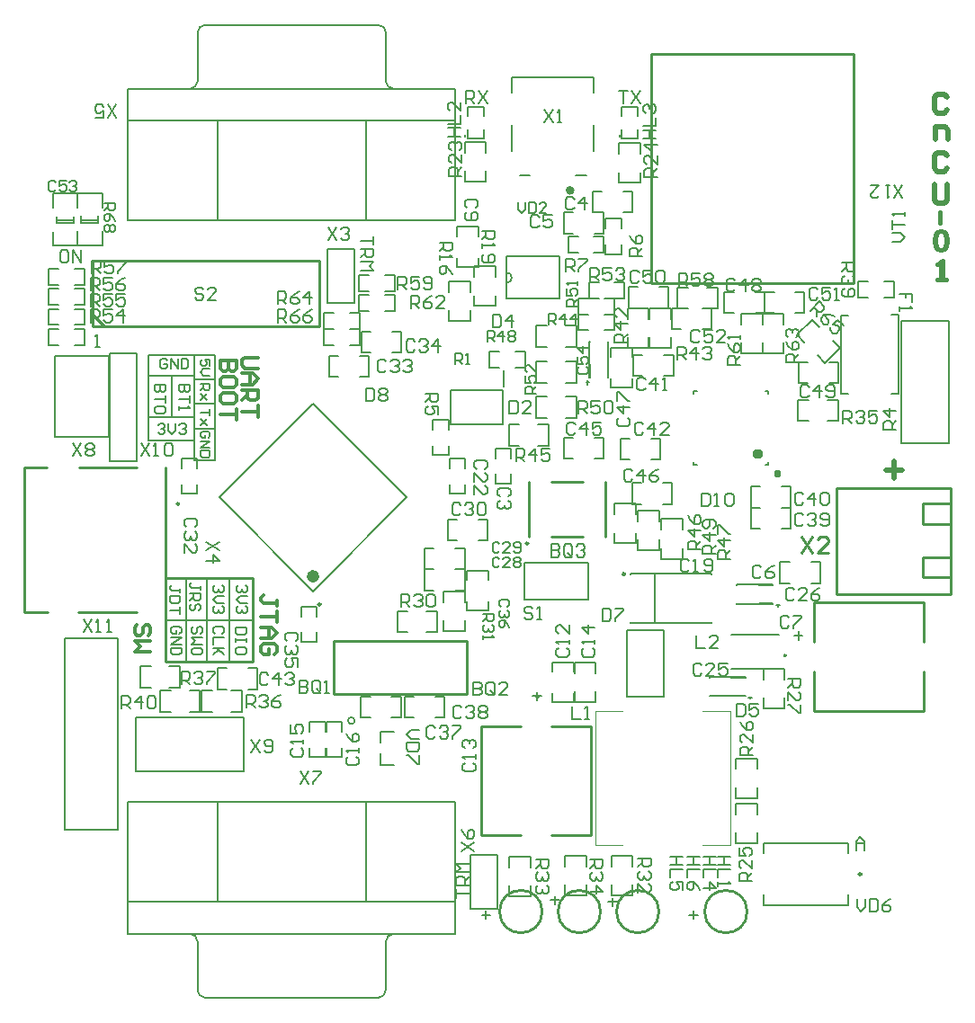
<source format=gto>
G04 Layer_Color=65535*
%FSLAX42Y42*%
%MOMM*%
G71*
G01*
G75*
%ADD50C,0.30*%
%ADD51C,0.25*%
%ADD52C,0.50*%
%ADD56C,0.40*%
%ADD58C,0.60*%
%ADD90C,0.25*%
%ADD91C,0.20*%
%ADD92C,0.20*%
%ADD93C,0.15*%
%ADD94C,0.15*%
%ADD95C,0.10*%
%ADD96C,0.15*%
%ADD97C,0.13*%
D50*
X2052Y5450D02*
X1925D01*
X1900Y5425D01*
Y5374D01*
X1925Y5348D01*
X2052D01*
X1900Y5298D02*
X2002D01*
X2052Y5247D01*
X2002Y5196D01*
X1900D01*
X1976D01*
Y5298D01*
X1900Y5145D02*
X2052D01*
Y5069D01*
X2027Y5044D01*
X1976D01*
X1951Y5069D01*
Y5145D01*
Y5095D02*
X1900Y5044D01*
X2052Y4993D02*
Y4891D01*
Y4942D01*
X1900D01*
X1852Y5420D02*
X1700D01*
Y5344D01*
X1725Y5318D01*
X1751D01*
X1776Y5344D01*
Y5420D01*
Y5344D01*
X1802Y5318D01*
X1827D01*
X1852Y5344D01*
Y5420D01*
Y5191D02*
Y5242D01*
X1827Y5268D01*
X1725D01*
X1700Y5242D01*
Y5191D01*
X1725Y5166D01*
X1827D01*
X1852Y5191D01*
Y5039D02*
Y5090D01*
X1827Y5115D01*
X1725D01*
X1700Y5090D01*
Y5039D01*
X1725Y5014D01*
X1827D01*
X1852Y5039D01*
Y4963D02*
Y4861D01*
Y4912D01*
X1700D01*
X1017Y2828D02*
X1042Y2854D01*
Y2905D01*
X1017Y2930D01*
X992D01*
X966Y2905D01*
Y2854D01*
X941Y2828D01*
X915D01*
X890Y2854D01*
Y2905D01*
X915Y2930D01*
X1042Y2778D02*
X890D01*
X941Y2727D01*
X890Y2676D01*
X1042D01*
X2232Y3108D02*
Y3159D01*
Y3134D01*
X2105D01*
X2080Y3159D01*
Y3185D01*
X2105Y3210D01*
X2232Y3058D02*
Y2956D01*
Y3007D01*
X2080D01*
Y2905D02*
X2182D01*
X2232Y2855D01*
X2182Y2804D01*
X2080D01*
X2156D01*
Y2905D01*
X2207Y2651D02*
X2232Y2677D01*
Y2728D01*
X2207Y2753D01*
X2105D01*
X2080Y2728D01*
Y2677D01*
X2105Y2651D01*
X2156D01*
Y2702D01*
X6930Y4340D02*
Y4367D01*
X6957D01*
Y4340D01*
X6930D01*
D51*
X2643Y3122D02*
G03*
X2643Y3122I-12J0D01*
G01*
X7732Y582D02*
G03*
X7732Y582I-12J0D01*
G01*
X5508Y3410D02*
G03*
X5508Y3410I-12J0D01*
G01*
D52*
X7960Y4390D02*
X8120D01*
X8040Y4470D02*
Y4310D01*
X8540Y7900D02*
X8510Y7930D01*
X8450D01*
X8420Y7900D01*
Y7780D01*
X8450Y7750D01*
X8510D01*
X8540Y7780D01*
Y7350D02*
X8510Y7380D01*
X8450D01*
X8420Y7350D01*
Y7230D01*
X8450Y7200D01*
X8510D01*
X8540Y7230D01*
X8430Y7500D02*
Y7620D01*
X8520D01*
X8550Y7590D01*
Y7500D01*
X8420Y7080D02*
Y6930D01*
X8450Y6900D01*
X8510D01*
X8540Y6930D01*
Y7080D01*
D56*
X5010Y7022D02*
G03*
X5010Y7022I-20J0D01*
G01*
X8475Y6820D02*
Y6720D01*
X8471Y6640D02*
X8446Y6631D01*
X8429Y6606D01*
X8420Y6563D01*
Y6537D01*
X8429Y6494D01*
X8446Y6469D01*
X8471Y6460D01*
X8489D01*
X8514Y6469D01*
X8531Y6494D01*
X8540Y6537D01*
Y6563D01*
X8531Y6606D01*
X8514Y6631D01*
X8489Y6640D01*
X8471D01*
X8454Y6631D01*
X8446Y6623D01*
X8437Y6606D01*
X8429Y6563D01*
Y6537D01*
X8437Y6494D01*
X8446Y6477D01*
X8454Y6469D01*
X8471Y6460D01*
X8489D02*
X8506Y6469D01*
X8514Y6477D01*
X8523Y6494D01*
X8531Y6537D01*
Y6563D01*
X8523Y6606D01*
X8514Y6623D01*
X8506Y6631D01*
X8489Y6640D01*
X8450Y6326D02*
X8467Y6334D01*
X8493Y6360D01*
Y6180D01*
X8484Y6351D02*
Y6180D01*
X8450D02*
X8527D01*
D58*
X2600Y3388D02*
G03*
X2600Y3388I-30J0D01*
G01*
X6740Y4530D02*
Y4560D01*
X6770D01*
Y4530D01*
X6740D01*
D90*
X4692Y2252D02*
G03*
X4692Y2252I-9J0D01*
G01*
X6657Y230D02*
G03*
X6657Y230I-200J0D01*
G01*
X5827D02*
G03*
X5827Y230I-200J0D01*
G01*
X5277D02*
G03*
X5277Y230I-200J0D01*
G01*
X4727D02*
G03*
X4727Y230I-200J0D01*
G01*
X1308Y4071D02*
G03*
X1308Y4071I-10J0D01*
G01*
X7025Y2643D02*
G03*
X7025Y2643I-9J0D01*
G01*
X4595Y3697D02*
G03*
X4595Y3697I-11J0D01*
G01*
X1180Y2585D02*
Y3370D01*
Y2585D02*
X2000D01*
Y3370D01*
X1180D02*
X2000D01*
X5185Y948D02*
Y1977D01*
X4155Y948D02*
Y1977D01*
X4810D02*
X5185D01*
X4155D02*
X4530D01*
X4155Y948D02*
X4530D01*
X4810D02*
X5185D01*
X-145Y3052D02*
Y4412D01*
Y3052D02*
X73D01*
X-145Y4412D02*
X66D01*
X368D02*
X911D01*
X359Y3052D02*
X909D01*
X1185D02*
Y4412D01*
X8310Y3380D02*
X8570D01*
X8310D02*
Y3570D01*
X8570D01*
X8310Y3880D02*
X8560D01*
X8310D02*
Y4070D01*
X8570D01*
Y3220D02*
Y4220D01*
X7500Y3220D02*
X8570D01*
X7500D02*
Y4220D01*
X8570D01*
X5756Y8310D02*
X7661D01*
Y6151D02*
Y8310D01*
X5756Y6151D02*
X7661D01*
X5756D02*
Y8310D01*
X7290Y3145D02*
X8320D01*
X7290Y2115D02*
X8320D01*
X7290Y2770D02*
Y3145D01*
Y2115D02*
Y2490D01*
X8320Y2115D02*
Y2490D01*
Y2770D02*
Y3145D01*
X4600Y3760D02*
Y4280D01*
X5320Y3760D02*
Y4280D01*
X4810Y3760D02*
X5110D01*
X4810Y4280D02*
X5110D01*
X498Y5850D02*
X608Y5740D01*
X498Y5850D02*
Y5880D01*
X498Y5740D02*
X2628D01*
Y6360D01*
X498D02*
X2628D01*
X498Y5740D02*
Y6360D01*
X4015Y2280D02*
Y2780D01*
X2765Y2280D02*
X4015D01*
X2765D02*
Y2780D01*
X4015D01*
X7170Y3762D02*
X7272Y3610D01*
Y3762D02*
X7170Y3610D01*
X7424D02*
X7322D01*
X7424Y3712D01*
Y3737D01*
X7399Y3762D01*
X7348D01*
X7322Y3737D01*
D91*
X2963Y2028D02*
G03*
X2963Y2028I-32J0D01*
G01*
X1484Y-511D02*
G03*
X1553Y-580I69J0D01*
G01*
X1483Y-50D02*
G03*
X1414Y19I-69J0D01*
G01*
X3186Y-580D02*
G03*
X3256Y-511I0J69D01*
G01*
X3326Y19D02*
G03*
X3256Y-50I0J-69D01*
G01*
X3256Y8511D02*
G03*
X3186Y8580I-69J0D01*
G01*
X3256Y8050D02*
G03*
X3326Y7981I69J0D01*
G01*
X1553Y8580D02*
G03*
X1484Y8511I0J-69D01*
G01*
X1414Y7981D02*
G03*
X1483Y8050I0J69D01*
G01*
X1380Y2585D02*
Y3355D01*
X1570Y2585D02*
Y3355D01*
X1780Y2585D02*
Y3355D01*
X1190Y2970D02*
X2000D01*
X2570Y5014D02*
X3454Y4130D01*
X1686Y4130D02*
X2570Y3246D01*
X1686Y4130D02*
X2570Y5014D01*
Y3246D02*
X3454Y4130D01*
X2703Y6474D02*
X2957D01*
Y5966D02*
Y6474D01*
X2703Y5966D02*
X2957D01*
X2703D02*
Y6474D01*
X653Y4475D02*
X907D01*
X653D02*
Y5491D01*
X907Y4475D02*
Y5491D01*
X653D02*
X907D01*
X1460Y5240D02*
X1650D01*
X1450Y4780D02*
X1650D01*
X1450Y4480D02*
X1650D01*
X1020Y4670D02*
X1450D01*
X1650Y4480D02*
Y5470D01*
X1460Y5010D02*
X1650D01*
X1020Y4890D02*
X1450D01*
X1240D02*
Y5280D01*
X1450Y4480D02*
Y5470D01*
X1020Y4670D02*
Y4890D01*
Y5280D02*
X1450D01*
X1020Y4770D02*
Y5470D01*
X1650D01*
X7545Y5847D02*
X7607D01*
X7540Y5843D02*
X7545Y5847D01*
X7540Y5107D02*
Y5843D01*
Y5107D02*
X7545Y5103D01*
X7610D01*
X8015Y5848D02*
X8080D01*
X8085Y5107D02*
Y5843D01*
X8018Y5103D02*
X8080D01*
X647Y4974D02*
Y5461D01*
Y4699D02*
Y5461D01*
X139Y4699D02*
Y5461D01*
Y4699D02*
X647D01*
X139Y5461D02*
X647D01*
X905Y2062D02*
X1921D01*
X905Y1554D02*
X1921D01*
Y2062D01*
X905Y1554D02*
Y2062D01*
X7605Y288D02*
Y388D01*
X6815Y288D02*
X7605D01*
X6815D02*
Y388D01*
X7605Y778D02*
Y877D01*
X6815D02*
X7605D01*
X6815Y778D02*
Y877D01*
X6507Y2517D02*
X6957D01*
X6507Y2838D02*
X6957D01*
X318Y6719D02*
Y6779D01*
X158Y6719D02*
X318D01*
X158Y6738D02*
X318D01*
X158Y6719D02*
Y6779D01*
X6670Y2245D02*
X6705D01*
X6688Y2233D02*
Y2258D01*
X6510Y2435D02*
X6640D01*
X6300D02*
Y2440D01*
X6510Y2265D02*
X6640D01*
X6300Y2260D02*
Y2265D01*
Y2440D02*
X6640D01*
X6300Y2260D02*
X6640D01*
X6930Y3115D02*
X6965D01*
X6947Y3102D02*
Y3127D01*
X6770Y3305D02*
X6900D01*
X6560D02*
Y3310D01*
X6770Y3135D02*
X6900D01*
X6560Y3130D02*
Y3135D01*
Y3310D02*
X6900D01*
X6560Y3130D02*
X6900D01*
X5155Y5195D02*
Y5230D01*
X5142Y5213D02*
X5167D01*
X5345Y5260D02*
Y5390D01*
Y5600D02*
X5350D01*
X5175Y5260D02*
Y5390D01*
X5170Y5600D02*
X5175D01*
X5350Y5260D02*
Y5600D01*
X5170Y5260D02*
Y5600D01*
X8110Y4640D02*
Y5790D01*
X8560D01*
Y4640D02*
Y5790D01*
X8110Y4640D02*
X8560D01*
X4355Y4820D02*
Y5140D01*
X3865Y4820D02*
X4355D01*
X3865D02*
Y5140D01*
X4355D01*
X4368Y5175D02*
Y5328D01*
X1483Y-510D02*
Y-50D01*
X3256Y-510D02*
Y-50D01*
X3069Y320D02*
Y1260D01*
X830Y20D02*
X3910D01*
X1669Y320D02*
Y1260D01*
X830Y1260D02*
X3910D01*
X1553Y-580D02*
X3186D01*
X3910Y20D02*
Y1260D01*
X830Y20D02*
Y1260D01*
Y320D02*
X3910D01*
X390Y6739D02*
X550D01*
X390Y6720D02*
X550D01*
Y6780D01*
X390Y6720D02*
Y6780D01*
X3256Y8050D02*
Y8510D01*
X1483Y8050D02*
Y8510D01*
X1669Y6740D02*
Y7680D01*
X830Y7980D02*
X3910D01*
X3069Y6740D02*
Y7680D01*
X830Y6740D02*
X3910D01*
X1553Y8580D02*
X3186D01*
X830Y6740D02*
Y7980D01*
X3910Y6740D02*
Y7980D01*
X830Y7680D02*
X3910D01*
X230Y1000D02*
Y2800D01*
Y1000D02*
X730D01*
Y2800D01*
X230D02*
X730D01*
X5790Y2950D02*
Y3410D01*
X5560Y3405D02*
Y3410D01*
Y2950D02*
Y2955D01*
Y3410D02*
X6320D01*
X5560Y2950D02*
X6320D01*
Y2955D01*
Y3405D02*
Y3410D01*
X4053Y256D02*
X4307D01*
X4053D02*
Y764D01*
X4307D01*
Y256D02*
Y764D01*
X8020Y6540D02*
X8100D01*
X8140Y6580D01*
X8100Y6620D01*
X8020D01*
Y6660D02*
Y6740D01*
Y6700D01*
X8140D01*
Y6780D02*
Y6820D01*
Y6800D01*
X8020D01*
X8040Y6780D01*
X7550Y6340D02*
X7670D01*
Y6280D01*
X7650Y6260D01*
X7610D01*
X7590Y6280D01*
Y6340D01*
Y6300D02*
X7550Y6260D01*
X7650Y6220D02*
X7670Y6200D01*
Y6160D01*
X7650Y6140D01*
X7630D01*
X7610Y6160D01*
Y6180D01*
Y6160D01*
X7590Y6140D01*
X7570D01*
X7550Y6160D01*
Y6200D01*
X7570Y6220D01*
Y6100D02*
X7550Y6080D01*
Y6040D01*
X7570Y6020D01*
X7650D01*
X7670Y6040D01*
Y6080D01*
X7650Y6100D01*
X7630D01*
X7610Y6080D01*
Y6020D01*
X3070Y5160D02*
Y5040D01*
X3130D01*
X3150Y5060D01*
Y5140D01*
X3130Y5160D01*
X3070D01*
X3190Y5140D02*
X3210Y5160D01*
X3250D01*
X3270Y5140D01*
Y5120D01*
X3250Y5100D01*
X3270Y5080D01*
Y5060D01*
X3250Y5040D01*
X3210D01*
X3190Y5060D01*
Y5080D01*
X3210Y5100D01*
X3190Y5120D01*
Y5140D01*
X3210Y5100D02*
X3250D01*
X3970Y800D02*
X4090Y880D01*
X3970D02*
X4090Y800D01*
X3970Y1000D02*
X3990Y960D01*
X4030Y920D01*
X4070D01*
X4090Y940D01*
Y980D01*
X4070Y1000D01*
X4050D01*
X4030Y980D01*
Y920D01*
X2712Y6676D02*
X2792Y6556D01*
Y6676D02*
X2712Y6556D01*
X2832Y6656D02*
X2852Y6676D01*
X2892D01*
X2912Y6656D01*
Y6636D01*
X2892Y6616D01*
X2872D01*
X2892D01*
X2912Y6596D01*
Y6576D01*
X2892Y6556D01*
X2852D01*
X2832Y6576D01*
X410Y2980D02*
X490Y2860D01*
Y2980D02*
X410Y2860D01*
X530D02*
X570D01*
X550D01*
Y2980D01*
X530Y2960D01*
X630Y2860D02*
X670D01*
X650D01*
Y2980D01*
X630Y2960D01*
X5120Y2710D02*
X5100Y2690D01*
Y2650D01*
X5120Y2630D01*
X5200D01*
X5220Y2650D01*
Y2690D01*
X5200Y2710D01*
X5220Y2750D02*
Y2790D01*
Y2770D01*
X5100D01*
X5120Y2750D01*
X5220Y2910D02*
X5100D01*
X5160Y2850D01*
Y2930D01*
X5295Y3087D02*
Y2967D01*
X5355D01*
X5375Y2987D01*
Y3067D01*
X5355Y3087D01*
X5295D01*
X5415D02*
X5495D01*
Y3067D01*
X5415Y2987D01*
Y2967D01*
X6110Y3530D02*
X6090Y3550D01*
X6050D01*
X6030Y3530D01*
Y3450D01*
X6050Y3430D01*
X6090D01*
X6110Y3450D01*
X6150Y3430D02*
X6190D01*
X6170D01*
Y3550D01*
X6150Y3530D01*
X6250Y3450D02*
X6270Y3430D01*
X6310D01*
X6330Y3450D01*
Y3530D01*
X6310Y3550D01*
X6270D01*
X6250Y3530D01*
Y3510D01*
X6270Y3490D01*
X6330D01*
X4000Y1630D02*
X3980Y1610D01*
Y1570D01*
X4000Y1550D01*
X4080D01*
X4100Y1570D01*
Y1610D01*
X4080Y1630D01*
X4100Y1670D02*
Y1710D01*
Y1690D01*
X3980D01*
X4000Y1670D01*
Y1770D02*
X3980Y1790D01*
Y1830D01*
X4000Y1850D01*
X4020D01*
X4040Y1830D01*
Y1810D01*
Y1830D01*
X4060Y1850D01*
X4080D01*
X4100Y1830D01*
Y1790D01*
X4080Y1770D01*
X8210Y5970D02*
Y6050D01*
X8150D01*
Y6010D01*
Y6050D01*
X8090D01*
Y5930D02*
Y5890D01*
Y5910D01*
X8210D01*
X8190Y5930D01*
X8060Y4770D02*
X7940D01*
Y4830D01*
X7960Y4850D01*
X8000D01*
X8020Y4830D01*
Y4770D01*
Y4810D02*
X8060Y4850D01*
Y4950D02*
X7940D01*
X8000Y4890D01*
Y4970D01*
X3840Y7530D02*
X3960D01*
X3900D01*
Y7610D01*
X3840D01*
X3960D01*
X3840Y7650D02*
X3960D01*
Y7730D01*
Y7850D02*
Y7770D01*
X3880Y7850D01*
X3860D01*
X3840Y7830D01*
Y7790D01*
X3860Y7770D01*
X5680Y7510D02*
X5800D01*
X5740D01*
Y7590D01*
X5680D01*
X5800D01*
X5680Y7630D02*
X5800D01*
Y7710D01*
X5700Y7750D02*
X5680Y7770D01*
Y7810D01*
X5700Y7830D01*
X5720D01*
X5740Y7810D01*
Y7790D01*
Y7810D01*
X5760Y7830D01*
X5780D01*
X5800Y7810D01*
Y7770D01*
X5780Y7750D01*
X1687Y3712D02*
X1567Y3633D01*
X1687D02*
X1567Y3712D01*
Y3533D02*
X1687D01*
X1627Y3593D01*
Y3513D01*
X4750Y7780D02*
X4830Y7660D01*
Y7780D02*
X4750Y7660D01*
X4870D02*
X4910D01*
X4890D01*
Y7780D01*
X4870Y7760D01*
X5810Y7150D02*
X5690D01*
Y7210D01*
X5710Y7230D01*
X5750D01*
X5770Y7210D01*
Y7150D01*
Y7190D02*
X5810Y7230D01*
Y7350D02*
Y7270D01*
X5730Y7350D01*
X5710D01*
X5690Y7330D01*
Y7290D01*
X5710Y7270D01*
X5810Y7450D02*
X5690D01*
X5750Y7390D01*
Y7470D01*
X3970Y7160D02*
X3850D01*
Y7220D01*
X3870Y7240D01*
X3910D01*
X3930Y7220D01*
Y7160D01*
Y7200D02*
X3970Y7240D01*
Y7360D02*
Y7280D01*
X3890Y7360D01*
X3870D01*
X3850Y7340D01*
Y7300D01*
X3870Y7280D01*
Y7400D02*
X3850Y7420D01*
Y7460D01*
X3870Y7480D01*
X3890D01*
X3910Y7460D01*
Y7440D01*
Y7460D01*
X3930Y7480D01*
X3950D01*
X3970Y7460D01*
Y7420D01*
X3950Y7400D01*
X6500Y750D02*
X6380D01*
X6440D01*
Y670D01*
X6500D01*
X6380D01*
X6500Y630D02*
X6380D01*
Y550D01*
Y510D02*
Y470D01*
Y490D01*
X6500D01*
X6480Y510D01*
X4080Y2390D02*
Y2270D01*
X4140D01*
X4160Y2290D01*
Y2310D01*
X4140Y2330D01*
X4080D01*
X4140D01*
X4160Y2350D01*
Y2370D01*
X4140Y2390D01*
X4080D01*
X4280Y2290D02*
Y2370D01*
X4260Y2390D01*
X4220D01*
X4200Y2370D01*
Y2290D01*
X4220Y2270D01*
X4260D01*
X4240Y2310D02*
X4280Y2270D01*
X4260D02*
X4280Y2290D01*
X4400Y2270D02*
X4320D01*
X4400Y2350D01*
Y2370D01*
X4380Y2390D01*
X4340D01*
X4320Y2370D01*
X6214Y750D02*
X6094D01*
X6154D01*
Y670D01*
X6214D01*
X6094D01*
X6214Y630D02*
X6094D01*
Y550D01*
X6214Y430D02*
X6194Y470D01*
X6154Y510D01*
X6114D01*
X6094Y490D01*
Y450D01*
X6114Y430D01*
X6134D01*
X6154Y450D01*
Y510D01*
X6364Y750D02*
X6244D01*
X6304D01*
Y670D01*
X6364D01*
X6244D01*
X6364Y630D02*
X6244D01*
Y550D01*
Y450D02*
X6364D01*
X6304Y510D01*
Y430D01*
X6054Y750D02*
X5934D01*
X5994D01*
Y670D01*
X6054D01*
X5934D01*
X6054Y630D02*
X5934D01*
Y550D01*
X6054Y430D02*
Y510D01*
X5994D01*
X6014Y470D01*
Y450D01*
X5994Y430D01*
X5954D01*
X5934Y450D01*
Y490D01*
X5954Y510D01*
X6560Y2190D02*
Y2070D01*
X6620D01*
X6640Y2090D01*
Y2170D01*
X6620Y2190D01*
X6560D01*
X6760D02*
X6680D01*
Y2130D01*
X6720Y2150D01*
X6740D01*
X6760Y2130D01*
Y2090D01*
X6740Y2070D01*
X6700D01*
X6680Y2090D01*
X4640Y3080D02*
X4620Y3100D01*
X4580D01*
X4560Y3080D01*
Y3060D01*
X4580Y3040D01*
X4620D01*
X4640Y3020D01*
Y3000D01*
X4620Y2980D01*
X4580D01*
X4560Y3000D01*
X4680Y2980D02*
X4720D01*
X4700D01*
Y3100D01*
X4680Y3080D01*
X310Y4640D02*
X390Y4520D01*
Y4640D02*
X310Y4520D01*
X430Y4620D02*
X450Y4640D01*
X490D01*
X510Y4620D01*
Y4600D01*
X490Y4580D01*
X510Y4560D01*
Y4540D01*
X490Y4520D01*
X450D01*
X430Y4540D01*
Y4560D01*
X450Y4580D01*
X430Y4600D01*
Y4620D01*
X450Y4580D02*
X490D01*
X4420Y5040D02*
Y4920D01*
X4480D01*
X4500Y4940D01*
Y5020D01*
X4480Y5040D01*
X4420D01*
X4620Y4920D02*
X4540D01*
X4620Y5000D01*
Y5020D01*
X4600Y5040D01*
X4560D01*
X4540Y5020D01*
X6180Y2830D02*
Y2710D01*
X6260D01*
X6380D02*
X6300D01*
X6380Y2790D01*
Y2810D01*
X6360Y2830D01*
X6320D01*
X6300Y2810D01*
X7690Y350D02*
Y270D01*
X7730Y230D01*
X7770Y270D01*
Y350D01*
X7810D02*
Y230D01*
X7870D01*
X7890Y250D01*
Y330D01*
X7870Y350D01*
X7810D01*
X8010D02*
X7970Y330D01*
X7930Y290D01*
Y250D01*
X7950Y230D01*
X7990D01*
X8010Y250D01*
Y270D01*
X7990Y290D01*
X7930D01*
X4500Y6910D02*
Y6843D01*
X4533Y6810D01*
X4567Y6843D01*
Y6910D01*
X4600D02*
Y6810D01*
X4650D01*
X4667Y6827D01*
Y6893D01*
X4650Y6910D01*
X4600D01*
X4767Y6810D02*
X4700D01*
X4767Y6877D01*
Y6893D01*
X4750Y6910D01*
X4717D01*
X4700Y6893D01*
X6700Y515D02*
X6580D01*
Y575D01*
X6600Y595D01*
X6640D01*
X6660Y575D01*
Y515D01*
Y555D02*
X6700Y595D01*
Y715D02*
Y635D01*
X6620Y715D01*
X6600D01*
X6580Y695D01*
Y655D01*
X6600Y635D01*
X6580Y835D02*
Y755D01*
X6640D01*
X6620Y795D01*
Y815D01*
X6640Y835D01*
X6680D01*
X6700Y815D01*
Y775D01*
X6680Y755D01*
X6710Y1700D02*
X6590D01*
Y1760D01*
X6610Y1780D01*
X6650D01*
X6670Y1760D01*
Y1700D01*
Y1740D02*
X6710Y1780D01*
Y1900D02*
Y1820D01*
X6630Y1900D01*
X6610D01*
X6590Y1880D01*
Y1840D01*
X6610Y1820D01*
X6590Y2020D02*
X6610Y1980D01*
X6650Y1940D01*
X6690D01*
X6710Y1960D01*
Y2000D01*
X6690Y2020D01*
X6670D01*
X6650Y2000D01*
Y1940D01*
X147Y7093D02*
X130Y7110D01*
X97D01*
X80Y7093D01*
Y7027D01*
X97Y7010D01*
X130D01*
X147Y7027D01*
X247Y7110D02*
X180D01*
Y7060D01*
X213Y7077D01*
X230D01*
X247Y7060D01*
Y7027D01*
X230Y7010D01*
X197D01*
X180Y7027D01*
X280Y7093D02*
X297Y7110D01*
X330D01*
X347Y7093D01*
Y7077D01*
X330Y7060D01*
X313D01*
X330D01*
X347Y7043D01*
Y7027D01*
X330Y7010D01*
X297D01*
X280Y7027D01*
X4410Y4140D02*
X4430Y4160D01*
Y4200D01*
X4410Y4220D01*
X4330D01*
X4310Y4200D01*
Y4160D01*
X4330Y4140D01*
X4410Y4100D02*
X4430Y4080D01*
Y4040D01*
X4410Y4020D01*
X4390D01*
X4370Y4040D01*
Y4060D01*
Y4040D01*
X4350Y4020D01*
X4330D01*
X4310Y4040D01*
Y4080D01*
X4330Y4100D01*
X6500Y3550D02*
X6380D01*
Y3610D01*
X6400Y3630D01*
X6440D01*
X6460Y3610D01*
Y3550D01*
Y3590D02*
X6500Y3630D01*
Y3730D02*
X6380D01*
X6440Y3670D01*
Y3750D01*
X6380Y3790D02*
Y3870D01*
X6400D01*
X6480Y3790D01*
X6500D01*
X1990Y1850D02*
X2070Y1730D01*
Y1850D02*
X1990Y1730D01*
X2110Y1750D02*
X2130Y1730D01*
X2170D01*
X2190Y1750D01*
Y1830D01*
X2170Y1850D01*
X2130D01*
X2110Y1830D01*
Y1810D01*
X2130Y1790D01*
X2190D01*
X610Y6900D02*
X710D01*
Y6850D01*
X693Y6833D01*
X660D01*
X643Y6850D01*
Y6900D01*
Y6867D02*
X610Y6833D01*
X710Y6733D02*
X693Y6767D01*
X660Y6800D01*
X627D01*
X610Y6783D01*
Y6750D01*
X627Y6733D01*
X643D01*
X660Y6750D01*
Y6800D01*
X693Y6700D02*
X710Y6683D01*
Y6650D01*
X693Y6633D01*
X677D01*
X660Y6650D01*
X643Y6633D01*
X627D01*
X610Y6650D01*
Y6683D01*
X627Y6700D01*
X643D01*
X660Y6683D01*
X677Y6700D01*
X693D01*
X660Y6683D02*
Y6650D01*
X2240Y5780D02*
Y5900D01*
X2300D01*
X2320Y5880D01*
Y5840D01*
X2300Y5820D01*
X2240D01*
X2280D02*
X2320Y5780D01*
X2440Y5900D02*
X2400Y5880D01*
X2360Y5840D01*
Y5800D01*
X2380Y5780D01*
X2420D01*
X2440Y5800D01*
Y5820D01*
X2420Y5840D01*
X2360D01*
X2560Y5900D02*
X2520Y5880D01*
X2480Y5840D01*
Y5800D01*
X2500Y5780D01*
X2540D01*
X2560Y5800D01*
Y5820D01*
X2540Y5840D01*
X2480D01*
X2240Y5950D02*
Y6070D01*
X2300D01*
X2320Y6050D01*
Y6010D01*
X2300Y5990D01*
X2240D01*
X2280D02*
X2320Y5950D01*
X2440Y6070D02*
X2400Y6050D01*
X2360Y6010D01*
Y5970D01*
X2380Y5950D01*
X2420D01*
X2440Y5970D01*
Y5990D01*
X2420Y6010D01*
X2360D01*
X2540Y5950D02*
Y6070D01*
X2480Y6010D01*
X2560D01*
X3490Y5910D02*
Y6030D01*
X3550D01*
X3570Y6010D01*
Y5970D01*
X3550Y5950D01*
X3490D01*
X3530D02*
X3570Y5910D01*
X3690Y6030D02*
X3650Y6010D01*
X3610Y5970D01*
Y5930D01*
X3630Y5910D01*
X3670D01*
X3690Y5930D01*
Y5950D01*
X3670Y5970D01*
X3610D01*
X3810Y5910D02*
X3730D01*
X3810Y5990D01*
Y6010D01*
X3790Y6030D01*
X3750D01*
X3730Y6010D01*
X3370Y6090D02*
Y6210D01*
X3430D01*
X3450Y6190D01*
Y6150D01*
X3430Y6130D01*
X3370D01*
X3410D02*
X3450Y6090D01*
X3570Y6210D02*
X3490D01*
Y6150D01*
X3530Y6170D01*
X3550D01*
X3570Y6150D01*
Y6110D01*
X3550Y6090D01*
X3510D01*
X3490Y6110D01*
X3610D02*
X3630Y6090D01*
X3670D01*
X3690Y6110D01*
Y6190D01*
X3670Y6210D01*
X3630D01*
X3610Y6190D01*
Y6170D01*
X3630Y6150D01*
X3690D01*
X4260Y5850D02*
Y5730D01*
X4320D01*
X4340Y5750D01*
Y5830D01*
X4320Y5850D01*
X4260D01*
X4440Y5730D02*
Y5850D01*
X4380Y5790D01*
X4460D01*
X4810Y3690D02*
Y3570D01*
X4870D01*
X4890Y3590D01*
Y3610D01*
X4870Y3630D01*
X4810D01*
X4870D01*
X4890Y3650D01*
Y3670D01*
X4870Y3690D01*
X4810D01*
X5010Y3590D02*
Y3670D01*
X4990Y3690D01*
X4950D01*
X4930Y3670D01*
Y3590D01*
X4950Y3570D01*
X4990D01*
X4970Y3610D02*
X5010Y3570D01*
X4990D02*
X5010Y3590D01*
X5050Y3670D02*
X5070Y3690D01*
X5110D01*
X5130Y3670D01*
Y3650D01*
X5110Y3630D01*
X5090D01*
X5110D01*
X5130Y3610D01*
Y3590D01*
X5110Y3570D01*
X5070D01*
X5050Y3590D01*
X5030Y6940D02*
X5010Y6960D01*
X4970D01*
X4950Y6940D01*
Y6860D01*
X4970Y6840D01*
X5010D01*
X5030Y6860D01*
X5130Y6840D02*
Y6960D01*
X5070Y6900D01*
X5150D01*
X4700Y6770D02*
X4680Y6790D01*
X4640D01*
X4620Y6770D01*
Y6690D01*
X4640Y6670D01*
X4680D01*
X4700Y6690D01*
X4820Y6790D02*
X4740D01*
Y6730D01*
X4780Y6750D01*
X4800D01*
X4820Y6730D01*
Y6690D01*
X4800Y6670D01*
X4760D01*
X4740Y6690D01*
X6790Y3470D02*
X6770Y3490D01*
X6730D01*
X6710Y3470D01*
Y3390D01*
X6730Y3370D01*
X6770D01*
X6790Y3390D01*
X6910Y3490D02*
X6870Y3470D01*
X6830Y3430D01*
Y3390D01*
X6850Y3370D01*
X6890D01*
X6910Y3390D01*
Y3410D01*
X6890Y3430D01*
X6830D01*
X4100Y6860D02*
X4120Y6880D01*
Y6920D01*
X4100Y6940D01*
X4020D01*
X4000Y6920D01*
Y6880D01*
X4020Y6860D01*
Y6820D02*
X4000Y6800D01*
Y6760D01*
X4020Y6740D01*
X4100D01*
X4120Y6760D01*
Y6800D01*
X4100Y6820D01*
X4080D01*
X4060Y6800D01*
Y6740D01*
X7050Y3000D02*
X7030Y3020D01*
X6990D01*
X6970Y3000D01*
Y2920D01*
X6990Y2900D01*
X7030D01*
X7050Y2920D01*
X7090Y3020D02*
X7170D01*
Y3000D01*
X7090Y2920D01*
Y2900D01*
X4880Y2710D02*
X4860Y2690D01*
Y2650D01*
X4880Y2630D01*
X4960D01*
X4980Y2650D01*
Y2690D01*
X4960Y2710D01*
X4980Y2750D02*
Y2790D01*
Y2770D01*
X4860D01*
X4880Y2750D01*
X4980Y2930D02*
Y2850D01*
X4900Y2930D01*
X4880D01*
X4860Y2910D01*
Y2870D01*
X4880Y2850D01*
X4190Y4400D02*
X4210Y4420D01*
Y4460D01*
X4190Y4480D01*
X4110D01*
X4090Y4460D01*
Y4420D01*
X4110Y4400D01*
X4090Y4280D02*
Y4360D01*
X4170Y4280D01*
X4190D01*
X4210Y4300D01*
Y4340D01*
X4190Y4360D01*
X4090Y4160D02*
Y4240D01*
X4170Y4160D01*
X4190D01*
X4210Y4180D01*
Y4220D01*
X4190Y4240D01*
X7100Y3260D02*
X7080Y3280D01*
X7040D01*
X7020Y3260D01*
Y3180D01*
X7040Y3160D01*
X7080D01*
X7100Y3180D01*
X7220Y3160D02*
X7140D01*
X7220Y3240D01*
Y3260D01*
X7200Y3280D01*
X7160D01*
X7140Y3260D01*
X7340Y3280D02*
X7300Y3260D01*
X7260Y3220D01*
Y3180D01*
X7280Y3160D01*
X7320D01*
X7340Y3180D01*
Y3200D01*
X7320Y3220D01*
X7260D01*
X6230Y2550D02*
X6210Y2570D01*
X6170D01*
X6150Y2550D01*
Y2470D01*
X6170Y2450D01*
X6210D01*
X6230Y2470D01*
X6350Y2450D02*
X6270D01*
X6350Y2530D01*
Y2550D01*
X6330Y2570D01*
X6290D01*
X6270Y2550D01*
X6470Y2570D02*
X6390D01*
Y2510D01*
X6430Y2530D01*
X6450D01*
X6470Y2510D01*
Y2470D01*
X6450Y2450D01*
X6410D01*
X6390Y2470D01*
X2407Y2776D02*
X2427Y2796D01*
Y2836D01*
X2407Y2856D01*
X2327D01*
X2307Y2836D01*
Y2796D01*
X2327Y2776D01*
X2407Y2736D02*
X2427Y2716D01*
Y2676D01*
X2407Y2656D01*
X2387D01*
X2367Y2676D01*
Y2696D01*
Y2676D01*
X2347Y2656D01*
X2327D01*
X2307Y2676D01*
Y2716D01*
X2327Y2736D01*
X2427Y2537D02*
Y2616D01*
X2367D01*
X2387Y2576D01*
Y2557D01*
X2367Y2537D01*
X2327D01*
X2307Y2557D01*
Y2596D01*
X2327Y2616D01*
X1460Y3850D02*
X1480Y3870D01*
Y3910D01*
X1460Y3930D01*
X1380D01*
X1360Y3910D01*
Y3870D01*
X1380Y3850D01*
X1460Y3810D02*
X1480Y3790D01*
Y3750D01*
X1460Y3730D01*
X1440D01*
X1420Y3750D01*
Y3770D01*
Y3750D01*
X1400Y3730D01*
X1380D01*
X1360Y3750D01*
Y3790D01*
X1380Y3810D01*
X1360Y3610D02*
Y3690D01*
X1440Y3610D01*
X1460D01*
X1480Y3630D01*
Y3670D01*
X1460Y3690D01*
X4327Y3693D02*
X4310Y3710D01*
X4277D01*
X4260Y3693D01*
Y3627D01*
X4277Y3610D01*
X4310D01*
X4327Y3627D01*
X4427Y3610D02*
X4360D01*
X4427Y3677D01*
Y3693D01*
X4410Y3710D01*
X4377D01*
X4360Y3693D01*
X4460Y3627D02*
X4477Y3610D01*
X4510D01*
X4527Y3627D01*
Y3693D01*
X4510Y3710D01*
X4477D01*
X4460Y3693D01*
Y3677D01*
X4477Y3660D01*
X4527D01*
X3960Y4060D02*
X3940Y4080D01*
X3900D01*
X3880Y4060D01*
Y3980D01*
X3900Y3960D01*
X3940D01*
X3960Y3980D01*
X4000Y4060D02*
X4020Y4080D01*
X4060D01*
X4080Y4060D01*
Y4040D01*
X4060Y4020D01*
X4040D01*
X4060D01*
X4080Y4000D01*
Y3980D01*
X4060Y3960D01*
X4020D01*
X4000Y3980D01*
X4120Y4060D02*
X4140Y4080D01*
X4180D01*
X4200Y4060D01*
Y3980D01*
X4180Y3960D01*
X4140D01*
X4120Y3980D01*
Y4060D01*
X4327Y3553D02*
X4310Y3570D01*
X4277D01*
X4260Y3553D01*
Y3487D01*
X4277Y3470D01*
X4310D01*
X4327Y3487D01*
X4427Y3470D02*
X4360D01*
X4427Y3537D01*
Y3553D01*
X4410Y3570D01*
X4377D01*
X4360Y3553D01*
X4460D02*
X4477Y3570D01*
X4510D01*
X4527Y3553D01*
Y3537D01*
X4510Y3520D01*
X4527Y3503D01*
Y3487D01*
X4510Y3470D01*
X4477D01*
X4460Y3487D01*
Y3503D01*
X4477Y3520D01*
X4460Y3537D01*
Y3553D01*
X4477Y3520D02*
X4510D01*
X3530Y5600D02*
X3510Y5620D01*
X3470D01*
X3450Y5600D01*
Y5520D01*
X3470Y5500D01*
X3510D01*
X3530Y5520D01*
X3570Y5600D02*
X3590Y5620D01*
X3630D01*
X3650Y5600D01*
Y5580D01*
X3630Y5560D01*
X3610D01*
X3630D01*
X3650Y5540D01*
Y5520D01*
X3630Y5500D01*
X3590D01*
X3570Y5520D01*
X3750Y5500D02*
Y5620D01*
X3690Y5560D01*
X3770D01*
X3260Y5410D02*
X3240Y5430D01*
X3200D01*
X3180Y5410D01*
Y5330D01*
X3200Y5310D01*
X3240D01*
X3260Y5330D01*
X3300Y5410D02*
X3320Y5430D01*
X3360D01*
X3380Y5410D01*
Y5390D01*
X3360Y5370D01*
X3340D01*
X3360D01*
X3380Y5350D01*
Y5330D01*
X3360Y5310D01*
X3320D01*
X3300Y5330D01*
X3420Y5410D02*
X3440Y5430D01*
X3480D01*
X3500Y5410D01*
Y5390D01*
X3480Y5370D01*
X3460D01*
X3480D01*
X3500Y5350D01*
Y5330D01*
X3480Y5310D01*
X3440D01*
X3420Y5330D01*
X4403Y3103D02*
X4420Y3120D01*
Y3153D01*
X4403Y3170D01*
X4337D01*
X4320Y3153D01*
Y3120D01*
X4337Y3103D01*
X4403Y3070D02*
X4420Y3053D01*
Y3020D01*
X4403Y3003D01*
X4387D01*
X4370Y3020D01*
Y3037D01*
Y3020D01*
X4353Y3003D01*
X4337D01*
X4320Y3020D01*
Y3053D01*
X4337Y3070D01*
X4420Y2903D02*
X4403Y2937D01*
X4370Y2970D01*
X4337D01*
X4320Y2953D01*
Y2920D01*
X4337Y2903D01*
X4353D01*
X4370Y2920D01*
Y2970D01*
X3720Y1960D02*
X3700Y1980D01*
X3660D01*
X3640Y1960D01*
Y1880D01*
X3660Y1860D01*
X3700D01*
X3720Y1880D01*
X3760Y1960D02*
X3780Y1980D01*
X3820D01*
X3840Y1960D01*
Y1940D01*
X3820Y1920D01*
X3800D01*
X3820D01*
X3840Y1900D01*
Y1880D01*
X3820Y1860D01*
X3780D01*
X3760Y1880D01*
X3880Y1980D02*
X3960D01*
Y1960D01*
X3880Y1880D01*
Y1860D01*
X3970Y2150D02*
X3950Y2170D01*
X3910D01*
X3890Y2150D01*
Y2070D01*
X3910Y2050D01*
X3950D01*
X3970Y2070D01*
X4010Y2150D02*
X4030Y2170D01*
X4070D01*
X4090Y2150D01*
Y2130D01*
X4070Y2110D01*
X4050D01*
X4070D01*
X4090Y2090D01*
Y2070D01*
X4070Y2050D01*
X4030D01*
X4010Y2070D01*
X4130Y2150D02*
X4150Y2170D01*
X4190D01*
X4210Y2150D01*
Y2130D01*
X4190Y2110D01*
X4210Y2090D01*
Y2070D01*
X4190Y2050D01*
X4150D01*
X4130Y2070D01*
Y2090D01*
X4150Y2110D01*
X4130Y2130D01*
Y2150D01*
X4150Y2110D02*
X4190D01*
X7187Y3960D02*
X7167Y3980D01*
X7127D01*
X7107Y3960D01*
Y3880D01*
X7127Y3860D01*
X7167D01*
X7187Y3880D01*
X7227Y3960D02*
X7247Y3980D01*
X7287D01*
X7307Y3960D01*
Y3940D01*
X7287Y3920D01*
X7267D01*
X7287D01*
X7307Y3900D01*
Y3880D01*
X7287Y3860D01*
X7247D01*
X7227Y3880D01*
X7347D02*
X7367Y3860D01*
X7407D01*
X7427Y3880D01*
Y3960D01*
X7407Y3980D01*
X7367D01*
X7347Y3960D01*
Y3940D01*
X7367Y3920D01*
X7427D01*
X7187Y4160D02*
X7167Y4180D01*
X7127D01*
X7107Y4160D01*
Y4080D01*
X7127Y4060D01*
X7167D01*
X7187Y4080D01*
X7287Y4060D02*
Y4180D01*
X7227Y4120D01*
X7307D01*
X7347Y4160D02*
X7367Y4180D01*
X7407D01*
X7427Y4160D01*
Y4080D01*
X7407Y4060D01*
X7367D01*
X7347Y4080D01*
Y4160D01*
X5700Y5240D02*
X5680Y5260D01*
X5640D01*
X5620Y5240D01*
Y5160D01*
X5640Y5140D01*
X5680D01*
X5700Y5160D01*
X5800Y5140D02*
Y5260D01*
X5740Y5200D01*
X5820D01*
X5860Y5140D02*
X5900D01*
X5880D01*
Y5260D01*
X5860Y5240D01*
X5680Y4820D02*
X5660Y4840D01*
X5620D01*
X5600Y4820D01*
Y4740D01*
X5620Y4720D01*
X5660D01*
X5680Y4740D01*
X5780Y4720D02*
Y4840D01*
X5720Y4780D01*
X5800D01*
X5920Y4720D02*
X5840D01*
X5920Y4800D01*
Y4820D01*
X5900Y4840D01*
X5860D01*
X5840Y4820D01*
X5040Y4820D02*
X5020Y4840D01*
X4980D01*
X4960Y4820D01*
Y4740D01*
X4980Y4720D01*
X5020D01*
X5040Y4740D01*
X5140Y4720D02*
Y4840D01*
X5080Y4780D01*
X5160D01*
X5280Y4840D02*
X5200D01*
Y4780D01*
X5240Y4800D01*
X5260D01*
X5280Y4780D01*
Y4740D01*
X5260Y4720D01*
X5220D01*
X5200Y4740D01*
X6545Y6170D02*
X6525Y6190D01*
X6485D01*
X6465Y6170D01*
Y6090D01*
X6485Y6070D01*
X6525D01*
X6545Y6090D01*
X6645Y6070D02*
Y6190D01*
X6585Y6130D01*
X6665D01*
X6705Y6170D02*
X6725Y6190D01*
X6765D01*
X6785Y6170D01*
Y6150D01*
X6765Y6130D01*
X6785Y6110D01*
Y6090D01*
X6765Y6070D01*
X6725D01*
X6705Y6090D01*
Y6110D01*
X6725Y6130D01*
X6705Y6150D01*
Y6170D01*
X6725Y6130D02*
X6765D01*
X6210Y5690D02*
X6190Y5710D01*
X6150D01*
X6130Y5690D01*
Y5610D01*
X6150Y5590D01*
X6190D01*
X6210Y5610D01*
X6330Y5710D02*
X6250D01*
Y5650D01*
X6290Y5670D01*
X6310D01*
X6330Y5650D01*
Y5610D01*
X6310Y5590D01*
X6270D01*
X6250Y5610D01*
X6450Y5590D02*
X6370D01*
X6450Y5670D01*
Y5690D01*
X6430Y5710D01*
X6390D01*
X6370Y5690D01*
X5580Y4380D02*
X5560Y4400D01*
X5520D01*
X5500Y4380D01*
Y4300D01*
X5520Y4280D01*
X5560D01*
X5580Y4300D01*
X5680Y4280D02*
Y4400D01*
X5620Y4340D01*
X5700D01*
X5820Y4400D02*
X5780Y4380D01*
X5740Y4340D01*
Y4300D01*
X5760Y4280D01*
X5800D01*
X5820Y4300D01*
Y4320D01*
X5800Y4340D01*
X5740D01*
X5450Y4880D02*
X5430Y4860D01*
Y4820D01*
X5450Y4800D01*
X5530D01*
X5550Y4820D01*
Y4860D01*
X5530Y4880D01*
X5550Y4980D02*
X5430D01*
X5490Y4920D01*
Y5000D01*
X5430Y5040D02*
Y5120D01*
X5450D01*
X5530Y5040D01*
X5550D01*
X7240Y5170D02*
X7220Y5190D01*
X7180D01*
X7160Y5170D01*
Y5090D01*
X7180Y5070D01*
X7220D01*
X7240Y5090D01*
X7340Y5070D02*
Y5190D01*
X7280Y5130D01*
X7360D01*
X7400Y5090D02*
X7420Y5070D01*
X7460D01*
X7480Y5090D01*
Y5170D01*
X7460Y5190D01*
X7420D01*
X7400Y5170D01*
Y5150D01*
X7420Y5130D01*
X7480D01*
X5640Y6250D02*
X5620Y6270D01*
X5580D01*
X5560Y6250D01*
Y6170D01*
X5580Y6150D01*
X5620D01*
X5640Y6170D01*
X5760Y6270D02*
X5680D01*
Y6210D01*
X5720Y6230D01*
X5740D01*
X5760Y6210D01*
Y6170D01*
X5740Y6150D01*
X5700D01*
X5680Y6170D01*
X5800Y6250D02*
X5820Y6270D01*
X5860D01*
X5880Y6250D01*
Y6170D01*
X5860Y6150D01*
X5820D01*
X5800Y6170D01*
Y6250D01*
X7320Y6090D02*
X7300Y6110D01*
X7260D01*
X7240Y6090D01*
Y6010D01*
X7260Y5990D01*
X7300D01*
X7320Y6010D01*
X7440Y6110D02*
X7360D01*
Y6050D01*
X7400Y6070D01*
X7420D01*
X7440Y6050D01*
Y6010D01*
X7420Y5990D01*
X7380D01*
X7360Y6010D01*
X7480Y5990D02*
X7520D01*
X7500D01*
Y6110D01*
X7480Y6090D01*
X5077Y5357D02*
X5060Y5340D01*
Y5307D01*
X5077Y5290D01*
X5143D01*
X5160Y5307D01*
Y5340D01*
X5143Y5357D01*
X5060Y5457D02*
Y5390D01*
X5110D01*
X5093Y5423D01*
Y5440D01*
X5110Y5457D01*
X5143D01*
X5160Y5440D01*
Y5407D01*
X5143Y5390D01*
X5160Y5540D02*
X5060D01*
X5110Y5490D01*
Y5557D01*
X6230Y4170D02*
Y4050D01*
X6290D01*
X6310Y4070D01*
Y4150D01*
X6290Y4170D01*
X6230D01*
X6350Y4050D02*
X6390D01*
X6370D01*
Y4170D01*
X6350Y4150D01*
X6450D02*
X6470Y4170D01*
X6510D01*
X6530Y4150D01*
Y4070D01*
X6510Y4050D01*
X6470D01*
X6450Y4070D01*
Y4150D01*
X5010Y2160D02*
Y2040D01*
X5090D01*
X5130D02*
X5170D01*
X5150D01*
Y2160D01*
X5130Y2140D01*
X5670Y6400D02*
X5550D01*
Y6460D01*
X5570Y6480D01*
X5610D01*
X5630Y6460D01*
Y6400D01*
Y6440D02*
X5670Y6480D01*
X5550Y6600D02*
X5570Y6560D01*
X5610Y6520D01*
X5650D01*
X5670Y6540D01*
Y6580D01*
X5650Y6600D01*
X5630D01*
X5610Y6580D01*
Y6520D01*
X4950Y6260D02*
Y6380D01*
X5010D01*
X5030Y6360D01*
Y6320D01*
X5010Y6300D01*
X4950D01*
X4990D02*
X5030Y6260D01*
X5070Y6380D02*
X5150D01*
Y6360D01*
X5070Y6280D01*
Y6260D01*
X5630Y730D02*
X5750D01*
Y670D01*
X5730Y650D01*
X5690D01*
X5670Y670D01*
Y730D01*
Y690D02*
X5630Y650D01*
X5730Y610D02*
X5750Y590D01*
Y550D01*
X5730Y530D01*
X5710D01*
X5690Y550D01*
Y570D01*
Y550D01*
X5670Y530D01*
X5650D01*
X5630Y550D01*
Y590D01*
X5650Y610D01*
X5630Y410D02*
Y490D01*
X5710Y410D01*
X5730D01*
X5750Y430D01*
Y470D01*
X5730Y490D01*
X3760Y6530D02*
X3880D01*
Y6470D01*
X3860Y6450D01*
X3820D01*
X3800Y6470D01*
Y6530D01*
Y6490D02*
X3760Y6450D01*
Y6410D02*
Y6370D01*
Y6390D01*
X3880D01*
X3860Y6410D01*
X3880Y6230D02*
X3860Y6270D01*
X3820Y6310D01*
X3780D01*
X3760Y6290D01*
Y6250D01*
X3780Y6230D01*
X3800D01*
X3820Y6250D01*
Y6310D01*
X4160Y6640D02*
X4280D01*
Y6580D01*
X4260Y6560D01*
X4220D01*
X4200Y6580D01*
Y6640D01*
Y6600D02*
X4160Y6560D01*
Y6520D02*
Y6480D01*
Y6500D01*
X4280D01*
X4260Y6520D01*
X4180Y6420D02*
X4160Y6400D01*
Y6360D01*
X4180Y6340D01*
X4260D01*
X4280Y6360D01*
Y6400D01*
X4260Y6420D01*
X4240D01*
X4220Y6400D01*
Y6340D01*
X7040Y2420D02*
X7160D01*
Y2360D01*
X7140Y2340D01*
X7100D01*
X7080Y2360D01*
Y2420D01*
Y2380D02*
X7040Y2340D01*
Y2220D02*
Y2300D01*
X7120Y2220D01*
X7140D01*
X7160Y2240D01*
Y2280D01*
X7140Y2300D01*
X7160Y2180D02*
Y2100D01*
X7140D01*
X7060Y2180D01*
X7040D01*
X3400Y3100D02*
Y3220D01*
X3460D01*
X3480Y3200D01*
Y3160D01*
X3460Y3140D01*
X3400D01*
X3440D02*
X3480Y3100D01*
X3520Y3200D02*
X3540Y3220D01*
X3580D01*
X3600Y3200D01*
Y3180D01*
X3580Y3160D01*
X3560D01*
X3580D01*
X3600Y3140D01*
Y3120D01*
X3580Y3100D01*
X3540D01*
X3520Y3120D01*
X3640Y3200D02*
X3660Y3220D01*
X3700D01*
X3720Y3200D01*
Y3120D01*
X3700Y3100D01*
X3660D01*
X3640Y3120D01*
Y3200D01*
X4170Y3030D02*
X4270D01*
Y2980D01*
X4253Y2963D01*
X4220D01*
X4203Y2980D01*
Y3030D01*
Y2997D02*
X4170Y2963D01*
X4253Y2930D02*
X4270Y2913D01*
Y2880D01*
X4253Y2863D01*
X4237D01*
X4220Y2880D01*
Y2897D01*
Y2880D01*
X4203Y2863D01*
X4187D01*
X4170Y2880D01*
Y2913D01*
X4187Y2930D01*
X4170Y2830D02*
Y2797D01*
Y2813D01*
X4270D01*
X4253Y2830D01*
X7560Y4830D02*
Y4950D01*
X7620D01*
X7640Y4930D01*
Y4890D01*
X7620Y4870D01*
X7560D01*
X7600D02*
X7640Y4830D01*
X7680Y4930D02*
X7700Y4950D01*
X7740D01*
X7760Y4930D01*
Y4910D01*
X7740Y4890D01*
X7720D01*
X7740D01*
X7760Y4870D01*
Y4850D01*
X7740Y4830D01*
X7700D01*
X7680Y4850D01*
X7880Y4950D02*
X7800D01*
Y4890D01*
X7840Y4910D01*
X7860D01*
X7880Y4890D01*
Y4850D01*
X7860Y4830D01*
X7820D01*
X7800Y4850D01*
X5180Y720D02*
X5300D01*
Y660D01*
X5280Y640D01*
X5240D01*
X5220Y660D01*
Y720D01*
Y680D02*
X5180Y640D01*
X5280Y600D02*
X5300Y580D01*
Y540D01*
X5280Y520D01*
X5260D01*
X5240Y540D01*
Y560D01*
Y540D01*
X5220Y520D01*
X5200D01*
X5180Y540D01*
Y580D01*
X5200Y600D01*
X5180Y420D02*
X5300D01*
X5240Y480D01*
Y400D01*
X4670Y720D02*
X4790D01*
Y660D01*
X4770Y640D01*
X4730D01*
X4710Y660D01*
Y720D01*
Y680D02*
X4670Y640D01*
X4770Y600D02*
X4790Y580D01*
Y540D01*
X4770Y520D01*
X4750D01*
X4730Y540D01*
Y560D01*
Y540D01*
X4710Y520D01*
X4690D01*
X4670Y540D01*
Y580D01*
X4690Y600D01*
X4770Y480D02*
X4790Y460D01*
Y420D01*
X4770Y400D01*
X4750D01*
X4730Y420D01*
Y440D01*
Y420D01*
X4710Y400D01*
X4690D01*
X4670Y420D01*
Y460D01*
X4690Y480D01*
X1945Y2150D02*
Y2270D01*
X2005D01*
X2025Y2250D01*
Y2210D01*
X2005Y2190D01*
X1945D01*
X1985D02*
X2025Y2150D01*
X2065Y2250D02*
X2085Y2270D01*
X2125D01*
X2145Y2250D01*
Y2230D01*
X2125Y2210D01*
X2105D01*
X2125D01*
X2145Y2190D01*
Y2170D01*
X2125Y2150D01*
X2085D01*
X2065Y2170D01*
X2265Y2270D02*
X2225Y2250D01*
X2185Y2210D01*
Y2170D01*
X2205Y2150D01*
X2245D01*
X2265Y2170D01*
Y2190D01*
X2245Y2210D01*
X2185D01*
X1330Y2370D02*
Y2490D01*
X1390D01*
X1410Y2470D01*
Y2430D01*
X1390Y2410D01*
X1330D01*
X1370D02*
X1410Y2370D01*
X1450Y2470D02*
X1470Y2490D01*
X1510D01*
X1530Y2470D01*
Y2450D01*
X1510Y2430D01*
X1490D01*
X1510D01*
X1530Y2410D01*
Y2390D01*
X1510Y2370D01*
X1470D01*
X1450Y2390D01*
X1570Y2490D02*
X1650D01*
Y2470D01*
X1570Y2390D01*
Y2370D01*
X770Y2140D02*
Y2260D01*
X830D01*
X850Y2240D01*
Y2200D01*
X830Y2180D01*
X770D01*
X810D02*
X850Y2140D01*
X950D02*
Y2260D01*
X890Y2200D01*
X970D01*
X1010Y2240D02*
X1030Y2260D01*
X1070D01*
X1090Y2240D01*
Y2160D01*
X1070Y2140D01*
X1030D01*
X1010Y2160D01*
Y2240D01*
X480Y5780D02*
Y5900D01*
X540D01*
X560Y5880D01*
Y5840D01*
X540Y5820D01*
X480D01*
X520D02*
X560Y5780D01*
X680Y5900D02*
X600D01*
Y5840D01*
X640Y5860D01*
X660D01*
X680Y5840D01*
Y5800D01*
X660Y5780D01*
X620D01*
X600Y5800D01*
X780Y5780D02*
Y5900D01*
X720Y5840D01*
X800D01*
X480Y5930D02*
Y6050D01*
X540D01*
X560Y6030D01*
Y5990D01*
X540Y5970D01*
X480D01*
X520D02*
X560Y5930D01*
X680Y6050D02*
X600D01*
Y5990D01*
X640Y6010D01*
X660D01*
X680Y5990D01*
Y5950D01*
X660Y5930D01*
X620D01*
X600Y5950D01*
X800Y6050D02*
X720D01*
Y5990D01*
X760Y6010D01*
X780D01*
X800Y5990D01*
Y5950D01*
X780Y5930D01*
X740D01*
X720Y5950D01*
X480Y6080D02*
Y6200D01*
X540D01*
X560Y6180D01*
Y6140D01*
X540Y6120D01*
X480D01*
X520D02*
X560Y6080D01*
X680Y6200D02*
X600D01*
Y6140D01*
X640Y6160D01*
X660D01*
X680Y6140D01*
Y6100D01*
X660Y6080D01*
X620D01*
X600Y6100D01*
X800Y6200D02*
X760Y6180D01*
X720Y6140D01*
Y6100D01*
X740Y6080D01*
X780D01*
X800Y6100D01*
Y6120D01*
X780Y6140D01*
X720D01*
X490Y6240D02*
Y6360D01*
X550D01*
X570Y6340D01*
Y6300D01*
X550Y6280D01*
X490D01*
X530D02*
X570Y6240D01*
X690Y6360D02*
X610D01*
Y6300D01*
X650Y6320D01*
X670D01*
X690Y6300D01*
Y6260D01*
X670Y6240D01*
X630D01*
X610Y6260D01*
X730Y6360D02*
X810D01*
Y6340D01*
X730Y6260D01*
Y6240D01*
X4480Y4470D02*
Y4590D01*
X4540D01*
X4560Y4570D01*
Y4530D01*
X4540Y4510D01*
X4480D01*
X4520D02*
X4560Y4470D01*
X4660D02*
Y4590D01*
X4600Y4530D01*
X4680D01*
X4800Y4590D02*
X4720D01*
Y4530D01*
X4760Y4550D01*
X4780D01*
X4800Y4530D01*
Y4490D01*
X4780Y4470D01*
X4740D01*
X4720Y4490D01*
X6220Y3640D02*
X6100D01*
Y3700D01*
X6120Y3720D01*
X6160D01*
X6180Y3700D01*
Y3640D01*
Y3680D02*
X6220Y3720D01*
Y3820D02*
X6100D01*
X6160Y3760D01*
Y3840D01*
X6100Y3960D02*
X6120Y3920D01*
X6160Y3880D01*
X6200D01*
X6220Y3900D01*
Y3940D01*
X6200Y3960D01*
X6180D01*
X6160Y3940D01*
Y3880D01*
X5530Y5590D02*
X5410D01*
Y5650D01*
X5430Y5670D01*
X5470D01*
X5490Y5650D01*
Y5590D01*
Y5630D02*
X5530Y5670D01*
Y5770D02*
X5410D01*
X5470Y5710D01*
Y5790D01*
X5530Y5910D02*
Y5830D01*
X5450Y5910D01*
X5430D01*
X5410Y5890D01*
Y5850D01*
X5430Y5830D01*
X6000Y5430D02*
Y5550D01*
X6060D01*
X6080Y5530D01*
Y5490D01*
X6060Y5470D01*
X6000D01*
X6040D02*
X6080Y5430D01*
X6180D02*
Y5550D01*
X6120Y5490D01*
X6200D01*
X6240Y5530D02*
X6260Y5550D01*
X6300D01*
X6320Y5530D01*
Y5510D01*
X6300Y5490D01*
X6280D01*
X6300D01*
X6320Y5470D01*
Y5450D01*
X6300Y5430D01*
X6260D01*
X6240Y5450D01*
X4210Y5600D02*
Y5700D01*
X4260D01*
X4277Y5683D01*
Y5650D01*
X4260Y5633D01*
X4210D01*
X4243D02*
X4277Y5600D01*
X4360D02*
Y5700D01*
X4310Y5650D01*
X4377D01*
X4410Y5683D02*
X4427Y5700D01*
X4460D01*
X4477Y5683D01*
Y5667D01*
X4460Y5650D01*
X4477Y5633D01*
Y5617D01*
X4460Y5600D01*
X4427D01*
X4410Y5617D01*
Y5633D01*
X4427Y5650D01*
X4410Y5667D01*
Y5683D01*
X4427Y5650D02*
X4460D01*
X6360Y3600D02*
X6240D01*
Y3660D01*
X6260Y3680D01*
X6300D01*
X6320Y3660D01*
Y3600D01*
Y3640D02*
X6360Y3680D01*
Y3780D02*
X6240D01*
X6300Y3720D01*
Y3800D01*
X6340Y3840D02*
X6360Y3860D01*
Y3900D01*
X6340Y3920D01*
X6260D01*
X6240Y3900D01*
Y3860D01*
X6260Y3840D01*
X6280D01*
X6300Y3860D01*
Y3920D01*
X5070Y4920D02*
Y5040D01*
X5130D01*
X5150Y5020D01*
Y4980D01*
X5130Y4960D01*
X5070D01*
X5110D02*
X5150Y4920D01*
X5270Y5040D02*
X5190D01*
Y4980D01*
X5230Y5000D01*
X5250D01*
X5270Y4980D01*
Y4940D01*
X5250Y4920D01*
X5210D01*
X5190Y4940D01*
X5310Y5020D02*
X5330Y5040D01*
X5370D01*
X5390Y5020D01*
Y4940D01*
X5370Y4920D01*
X5330D01*
X5310Y4940D01*
Y5020D01*
X4670Y5110D02*
X4570D01*
Y5160D01*
X4587Y5177D01*
X4620D01*
X4637Y5160D01*
Y5110D01*
Y5143D02*
X4670Y5177D01*
X4570Y5277D02*
Y5210D01*
X4620D01*
X4603Y5243D01*
Y5260D01*
X4620Y5277D01*
X4653D01*
X4670Y5260D01*
Y5227D01*
X4653Y5210D01*
X4670Y5377D02*
Y5310D01*
X4603Y5377D01*
X4587D01*
X4570Y5360D01*
Y5327D01*
X4587Y5310D01*
X6015Y6120D02*
Y6240D01*
X6075D01*
X6095Y6220D01*
Y6180D01*
X6075Y6160D01*
X6015D01*
X6055D02*
X6095Y6120D01*
X6215Y6240D02*
X6135D01*
Y6180D01*
X6175Y6200D01*
X6195D01*
X6215Y6180D01*
Y6140D01*
X6195Y6120D01*
X6155D01*
X6135Y6140D01*
X6255Y6220D02*
X6275Y6240D01*
X6315D01*
X6335Y6220D01*
Y6200D01*
X6315Y6180D01*
X6335Y6160D01*
Y6140D01*
X6315Y6120D01*
X6275D01*
X6255Y6140D01*
Y6160D01*
X6275Y6180D01*
X6255Y6200D01*
Y6220D01*
X6275Y6180D02*
X6315D01*
X6590Y5380D02*
X6470D01*
Y5440D01*
X6490Y5460D01*
X6530D01*
X6550Y5440D01*
Y5380D01*
Y5420D02*
X6590Y5460D01*
X6470Y5580D02*
X6490Y5540D01*
X6530Y5500D01*
X6570D01*
X6590Y5520D01*
Y5560D01*
X6570Y5580D01*
X6550D01*
X6530Y5560D01*
Y5500D01*
X6590Y5620D02*
Y5660D01*
Y5640D01*
X6470D01*
X6490Y5620D01*
X7254Y5890D02*
X7339Y5975D01*
X7382Y5932D01*
X7382Y5904D01*
X7353Y5876D01*
X7325D01*
X7283Y5918D01*
X7311Y5890D02*
X7311Y5833D01*
X7480D02*
X7438Y5848D01*
X7382Y5848D01*
X7353Y5819D01*
Y5791D01*
X7382Y5763D01*
X7410D01*
X7424Y5777D01*
Y5805D01*
X7382Y5848D01*
X7565Y5749D02*
X7509Y5805D01*
X7466Y5763D01*
X7509Y5749D01*
X7523Y5734D01*
Y5706D01*
X7495Y5678D01*
X7466D01*
X7438Y5706D01*
Y5734D01*
X2450Y1550D02*
X2530Y1430D01*
Y1550D02*
X2450Y1430D01*
X2570Y1550D02*
X2650D01*
Y1530D01*
X2570Y1450D01*
Y1430D01*
X720Y7710D02*
X640Y7830D01*
Y7710D02*
X720Y7830D01*
X520Y7710D02*
X600D01*
Y7770D01*
X560Y7750D01*
X540D01*
X520Y7770D01*
Y7810D01*
X540Y7830D01*
X580D01*
X600Y7810D01*
X8120Y6950D02*
X8040Y7070D01*
Y6950D02*
X8120Y7070D01*
X8000D02*
X7960D01*
X7980D01*
Y6950D01*
X8000Y6970D01*
X7820Y7070D02*
X7900D01*
X7820Y6990D01*
Y6970D01*
X7840Y6950D01*
X7880D01*
X7900Y6970D01*
X1540Y6090D02*
X1520Y6110D01*
X1480D01*
X1460Y6090D01*
Y6070D01*
X1480Y6050D01*
X1520D01*
X1540Y6030D01*
Y6010D01*
X1520Y5990D01*
X1480D01*
X1460Y6010D01*
X1660Y5990D02*
X1580D01*
X1660Y6070D01*
Y6090D01*
X1640Y6110D01*
X1600D01*
X1580Y6090D01*
X3910Y5390D02*
Y5490D01*
X3960D01*
X3977Y5473D01*
Y5440D01*
X3960Y5423D01*
X3910D01*
X3943D02*
X3977Y5390D01*
X4010D02*
X4043D01*
X4027D01*
Y5490D01*
X4010Y5473D01*
X3630Y5110D02*
X3750D01*
Y5050D01*
X3730Y5030D01*
X3690D01*
X3670Y5050D01*
Y5110D01*
Y5070D02*
X3630Y5030D01*
X3750Y4910D02*
Y4990D01*
X3690D01*
X3710Y4950D01*
Y4930D01*
X3690Y4910D01*
X3650D01*
X3630Y4930D01*
Y4970D01*
X3650Y4990D01*
X4790Y5760D02*
Y5860D01*
X4840D01*
X4857Y5843D01*
Y5810D01*
X4840Y5793D01*
X4790D01*
X4823D02*
X4857Y5760D01*
X4940D02*
Y5860D01*
X4890Y5810D01*
X4957D01*
X5040Y5760D02*
Y5860D01*
X4990Y5810D01*
X5057D01*
X5060Y5930D02*
X4960D01*
Y5980D01*
X4977Y5997D01*
X5010D01*
X5027Y5980D01*
Y5930D01*
Y5963D02*
X5060Y5997D01*
X4960Y6097D02*
Y6030D01*
X5010D01*
X4993Y6063D01*
Y6080D01*
X5010Y6097D01*
X5043D01*
X5060Y6080D01*
Y6047D01*
X5043Y6030D01*
X5060Y6130D02*
Y6163D01*
Y6147D01*
X4960D01*
X4977Y6130D01*
X5180Y6170D02*
Y6290D01*
X5240D01*
X5260Y6270D01*
Y6230D01*
X5240Y6210D01*
X5180D01*
X5220D02*
X5260Y6170D01*
X5380Y6290D02*
X5300D01*
Y6230D01*
X5340Y6250D01*
X5360D01*
X5380Y6230D01*
Y6190D01*
X5360Y6170D01*
X5320D01*
X5300Y6190D01*
X5420Y6270D02*
X5440Y6290D01*
X5480D01*
X5500Y6270D01*
Y6250D01*
X5480Y6230D01*
X5460D01*
X5480D01*
X5500Y6210D01*
Y6190D01*
X5480Y6170D01*
X5440D01*
X5420Y6190D01*
X2150Y2460D02*
X2130Y2480D01*
X2090D01*
X2070Y2460D01*
Y2380D01*
X2090Y2360D01*
X2130D01*
X2150Y2380D01*
X2250Y2360D02*
Y2480D01*
X2190Y2420D01*
X2270D01*
X2310Y2460D02*
X2330Y2480D01*
X2370D01*
X2390Y2460D01*
Y2440D01*
X2370Y2420D01*
X2350D01*
X2370D01*
X2390Y2400D01*
Y2380D01*
X2370Y2360D01*
X2330D01*
X2310Y2380D01*
X2440Y2410D02*
Y2290D01*
X2500D01*
X2520Y2310D01*
Y2330D01*
X2500Y2350D01*
X2440D01*
X2500D01*
X2520Y2370D01*
Y2390D01*
X2500Y2410D01*
X2440D01*
X2640Y2310D02*
Y2390D01*
X2620Y2410D01*
X2580D01*
X2560Y2390D01*
Y2310D01*
X2580Y2290D01*
X2620D01*
X2600Y2330D02*
X2640Y2290D01*
X2620D02*
X2640Y2310D01*
X2680Y2290D02*
X2720D01*
X2700D01*
Y2410D01*
X2680Y2390D01*
X2380Y1770D02*
X2360Y1750D01*
Y1710D01*
X2380Y1690D01*
X2460D01*
X2480Y1710D01*
Y1750D01*
X2460Y1770D01*
X2480Y1810D02*
Y1850D01*
Y1830D01*
X2360D01*
X2380Y1810D01*
X2360Y1990D02*
Y1910D01*
X2420D01*
X2400Y1950D01*
Y1970D01*
X2420Y1990D01*
X2460D01*
X2480Y1970D01*
Y1930D01*
X2460Y1910D01*
X2900Y1690D02*
X2880Y1670D01*
Y1630D01*
X2900Y1610D01*
X2980D01*
X3000Y1630D01*
Y1670D01*
X2980Y1690D01*
X3000Y1730D02*
Y1770D01*
Y1750D01*
X2880D01*
X2900Y1730D01*
X2880Y1910D02*
X2900Y1870D01*
X2940Y1830D01*
X2980D01*
X3000Y1850D01*
Y1890D01*
X2980Y1910D01*
X2960D01*
X2940Y1890D01*
Y1830D01*
X950Y4640D02*
X1030Y4520D01*
Y4640D02*
X950Y4520D01*
X1070D02*
X1110D01*
X1090D01*
Y4640D01*
X1070Y4620D01*
X1170D02*
X1190Y4640D01*
X1230D01*
X1250Y4620D01*
Y4540D01*
X1230Y4520D01*
X1190D01*
X1170Y4540D01*
Y4620D01*
X3570Y1940D02*
X3490D01*
X3450Y1900D01*
X3490Y1860D01*
X3570D01*
Y1820D02*
X3450D01*
Y1760D01*
X3470Y1740D01*
X3550D01*
X3570Y1760D01*
Y1820D01*
Y1700D02*
Y1620D01*
X3550D01*
X3470Y1700D01*
X3450D01*
X1320Y3233D02*
Y3267D01*
Y3250D01*
X1237D01*
X1220Y3267D01*
Y3283D01*
X1237Y3300D01*
X1320Y3200D02*
X1220D01*
Y3150D01*
X1237Y3133D01*
X1303D01*
X1320Y3150D01*
Y3200D01*
Y3100D02*
Y3033D01*
Y3067D01*
X1220D01*
X1510Y3263D02*
Y3297D01*
Y3280D01*
X1427D01*
X1410Y3297D01*
Y3313D01*
X1427Y3330D01*
X1410Y3230D02*
X1510D01*
Y3180D01*
X1493Y3163D01*
X1460D01*
X1443Y3180D01*
Y3230D01*
Y3197D02*
X1410Y3163D01*
X1493Y3063D02*
X1510Y3080D01*
Y3113D01*
X1493Y3130D01*
X1477D01*
X1460Y3113D01*
Y3080D01*
X1443Y3063D01*
X1427D01*
X1410Y3080D01*
Y3113D01*
X1427Y3130D01*
X1585Y4690D02*
X1600Y4705D01*
Y4735D01*
X1585Y4750D01*
X1525D01*
X1510Y4735D01*
Y4705D01*
X1525Y4690D01*
X1555D01*
Y4720D01*
X1510Y4660D02*
X1600D01*
X1510Y4600D01*
X1600D01*
Y4570D02*
X1510D01*
Y4525D01*
X1525Y4510D01*
X1585D01*
X1600Y4525D01*
Y4570D01*
Y5370D02*
Y5430D01*
X1555D01*
X1570Y5400D01*
Y5385D01*
X1555Y5370D01*
X1525D01*
X1510Y5385D01*
Y5415D01*
X1525Y5430D01*
X1600Y5340D02*
X1540D01*
X1510Y5310D01*
X1540Y5280D01*
X1600D01*
X1197Y5423D02*
X1180Y5440D01*
X1147D01*
X1130Y5423D01*
Y5357D01*
X1147Y5340D01*
X1180D01*
X1197Y5357D01*
Y5390D01*
X1163D01*
X1230Y5340D02*
Y5440D01*
X1297Y5340D01*
Y5440D01*
X1330D02*
Y5340D01*
X1380D01*
X1397Y5357D01*
Y5423D01*
X1380Y5440D01*
X1330D01*
X1410Y5190D02*
X1310D01*
Y5140D01*
X1327Y5123D01*
X1343D01*
X1360Y5140D01*
Y5190D01*
Y5140D01*
X1377Y5123D01*
X1393D01*
X1410Y5140D01*
Y5190D01*
Y5090D02*
Y5023D01*
Y5057D01*
X1310D01*
Y4990D02*
Y4957D01*
Y4973D01*
X1410D01*
X1393Y4990D01*
X1110Y4813D02*
X1127Y4830D01*
X1160D01*
X1177Y4813D01*
Y4797D01*
X1160Y4780D01*
X1143D01*
X1160D01*
X1177Y4763D01*
Y4747D01*
X1160Y4730D01*
X1127D01*
X1110Y4747D01*
X1210Y4830D02*
Y4763D01*
X1243Y4730D01*
X1277Y4763D01*
Y4830D01*
X1310Y4813D02*
X1327Y4830D01*
X1360D01*
X1377Y4813D01*
Y4797D01*
X1360Y4780D01*
X1343D01*
X1360D01*
X1377Y4763D01*
Y4747D01*
X1360Y4730D01*
X1327D01*
X1310Y4747D01*
X1313Y2848D02*
X1330Y2865D01*
Y2898D01*
X1313Y2915D01*
X1247D01*
X1230Y2898D01*
Y2865D01*
X1247Y2848D01*
X1280D01*
Y2882D01*
X1230Y2815D02*
X1330D01*
X1230Y2748D01*
X1330D01*
Y2715D02*
X1230D01*
Y2665D01*
X1247Y2648D01*
X1313D01*
X1330Y2665D01*
Y2715D01*
X1713Y3305D02*
X1730Y3288D01*
Y3255D01*
X1713Y3238D01*
X1697D01*
X1680Y3255D01*
Y3272D01*
Y3255D01*
X1663Y3238D01*
X1647D01*
X1630Y3255D01*
Y3288D01*
X1647Y3305D01*
X1730Y3205D02*
X1663D01*
X1630Y3172D01*
X1663Y3138D01*
X1730D01*
X1713Y3105D02*
X1730Y3088D01*
Y3055D01*
X1713Y3038D01*
X1697D01*
X1680Y3055D01*
Y3072D01*
Y3055D01*
X1663Y3038D01*
X1647D01*
X1630Y3055D01*
Y3088D01*
X1647Y3105D01*
X1933Y3305D02*
X1950Y3288D01*
Y3255D01*
X1933Y3238D01*
X1917D01*
X1900Y3255D01*
Y3272D01*
Y3255D01*
X1883Y3238D01*
X1867D01*
X1850Y3255D01*
Y3288D01*
X1867Y3305D01*
X1950Y3205D02*
X1883D01*
X1850Y3172D01*
X1883Y3138D01*
X1950D01*
X1933Y3105D02*
X1950Y3088D01*
Y3055D01*
X1933Y3038D01*
X1917D01*
X1900Y3055D01*
Y3072D01*
Y3055D01*
X1883Y3038D01*
X1867D01*
X1850Y3055D01*
Y3088D01*
X1867Y3105D01*
X6110Y200D02*
X6190D01*
X6150Y240D02*
Y160D01*
X3140Y6590D02*
Y6510D01*
Y6550D01*
X3020D01*
Y6470D02*
X3140D01*
Y6410D01*
X3120Y6390D01*
X3080D01*
X3060Y6410D01*
Y6470D01*
Y6430D02*
X3020Y6390D01*
Y6350D02*
X3140D01*
X3100Y6310D01*
X3140Y6270D01*
X3020D01*
X1513Y2848D02*
X1530Y2865D01*
Y2898D01*
X1513Y2915D01*
X1497D01*
X1480Y2898D01*
Y2865D01*
X1463Y2848D01*
X1447D01*
X1430Y2865D01*
Y2898D01*
X1447Y2915D01*
X1530Y2815D02*
X1430D01*
X1463Y2782D01*
X1430Y2748D01*
X1530D01*
Y2665D02*
Y2698D01*
X1513Y2715D01*
X1447D01*
X1430Y2698D01*
Y2665D01*
X1447Y2648D01*
X1513D01*
X1530Y2665D01*
X1713Y2848D02*
X1730Y2865D01*
Y2898D01*
X1713Y2915D01*
X1647D01*
X1630Y2898D01*
Y2865D01*
X1647Y2848D01*
X1730Y2815D02*
X1630D01*
Y2748D01*
X1730Y2715D02*
X1630D01*
X1663D01*
X1730Y2648D01*
X1680Y2698D01*
X1630Y2648D01*
X1940Y2905D02*
X1840D01*
Y2855D01*
X1857Y2838D01*
X1923D01*
X1940Y2855D01*
Y2905D01*
Y2805D02*
Y2772D01*
Y2788D01*
X1840D01*
Y2805D01*
Y2772D01*
X1940Y2672D02*
Y2705D01*
X1923Y2722D01*
X1857D01*
X1840Y2705D01*
Y2672D01*
X1857Y2655D01*
X1923D01*
X1940Y2672D01*
X1180Y5190D02*
X1080D01*
Y5140D01*
X1097Y5123D01*
X1113D01*
X1130Y5140D01*
Y5190D01*
Y5140D01*
X1147Y5123D01*
X1163D01*
X1180Y5140D01*
Y5190D01*
Y5090D02*
Y5023D01*
Y5057D01*
X1080D01*
X1163Y4990D02*
X1180Y4973D01*
Y4940D01*
X1163Y4923D01*
X1097D01*
X1080Y4940D01*
Y4973D01*
X1097Y4990D01*
X1163D01*
X5450Y7960D02*
X5530D01*
X5490D01*
Y7840D01*
X5570Y7960D02*
X5650Y7840D01*
Y7960D02*
X5570Y7840D01*
X4010D02*
Y7960D01*
X4070D01*
X4090Y7940D01*
Y7900D01*
X4070Y7880D01*
X4010D01*
X4050D02*
X4090Y7840D01*
X4130Y7960D02*
X4210Y7840D01*
Y7960D02*
X4130Y7840D01*
X7680Y810D02*
Y890D01*
X7720Y930D01*
X7760Y890D01*
Y810D01*
Y870D01*
X7680D01*
X7100Y2830D02*
X7180D01*
X7140Y2870D02*
Y2790D01*
X4640Y2260D02*
X4720D01*
X4680Y2300D02*
Y2220D01*
X250Y6460D02*
X210D01*
X190Y6440D01*
Y6360D01*
X210Y6340D01*
X250D01*
X270Y6360D01*
Y6440D01*
X250Y6460D01*
X310Y6340D02*
Y6460D01*
X390Y6340D01*
Y6460D01*
X520Y5550D02*
X560D01*
X540D01*
Y5670D01*
X520Y5650D01*
X4807Y338D02*
X4887D01*
X4847Y378D02*
Y298D01*
X4160Y200D02*
X4240D01*
X4200Y240D02*
Y160D01*
X5350Y320D02*
X5430D01*
X5390Y360D02*
Y280D01*
X1510Y5200D02*
X1600D01*
Y5155D01*
X1585Y5140D01*
X1555D01*
X1540Y5155D01*
Y5200D01*
Y5170D02*
X1510Y5140D01*
X1570Y5110D02*
X1510Y5050D01*
X1540Y5080D01*
X1570Y5050D01*
X1510Y5110D01*
X1600Y4960D02*
Y4900D01*
Y4930D01*
X1510D01*
X1570Y4870D02*
X1510Y4810D01*
X1540Y4840D01*
X1570Y4810D01*
X1510Y4870D01*
X3920Y360D02*
Y440D01*
Y400D01*
X4040D01*
Y480D02*
X3920D01*
Y540D01*
X3940Y560D01*
X3980D01*
X4000Y540D01*
Y480D01*
Y520D02*
X4040Y560D01*
Y600D02*
X3920D01*
X3960Y640D01*
X3920Y680D01*
X4040D01*
D92*
X4390Y6149D02*
G03*
X4390Y6251I0J51D01*
G01*
X4890Y6001D02*
Y6399D01*
X4390D02*
X4890D01*
X4390Y6001D02*
Y6399D01*
Y6001D02*
X4890D01*
D93*
X5215Y6585D02*
X5308D01*
Y6435D02*
Y6585D01*
X5215Y6435D02*
X5308D01*
X4972Y6585D02*
X5065D01*
X4972Y6435D02*
Y6585D01*
Y6435D02*
X5065D01*
X5475Y6422D02*
Y6515D01*
X5325Y6422D02*
X5475D01*
X5325D02*
Y6515D01*
X5475Y6665D02*
Y6757D01*
X5325D02*
X5475D01*
X5325Y6665D02*
Y6757D01*
X4000Y3147D02*
Y3247D01*
X3800Y3147D02*
Y3247D01*
X4000D01*
X3800Y2872D02*
X4000D01*
Y2972D01*
X3800Y2872D02*
Y2972D01*
X5454Y7531D02*
Y7548D01*
X5475Y7807D02*
X5625D01*
Y7722D02*
Y7807D01*
X5475Y7722D02*
Y7807D01*
X5625Y7512D02*
Y7597D01*
X5475Y7512D02*
Y7597D01*
Y7512D02*
X5625D01*
X4004Y7531D02*
Y7548D01*
X4025Y7807D02*
X4175D01*
Y7722D02*
Y7807D01*
X4025Y7722D02*
Y7807D01*
X4175Y7512D02*
Y7597D01*
X4025Y7512D02*
Y7597D01*
Y7512D02*
X4175D01*
X2535Y1925D02*
Y2017D01*
X2685D01*
Y1925D02*
Y2017D01*
X2535Y1683D02*
Y1775D01*
Y1683D02*
X2685D01*
Y1775D01*
X2695Y1925D02*
Y2017D01*
X2845D01*
Y1925D02*
Y2017D01*
X2695Y1683D02*
Y1775D01*
Y1683D02*
X2845D01*
Y1775D01*
X4233Y5355D02*
X4325D01*
X4233D02*
Y5505D01*
X4325D01*
X4475Y5355D02*
X4567D01*
Y5505D01*
X4475D02*
X4567D01*
X3695Y4770D02*
Y4863D01*
X3845D01*
Y4770D02*
Y4863D01*
X3695Y4528D02*
Y4620D01*
Y4528D02*
X3845D01*
Y4620D01*
X3850Y5792D02*
Y5892D01*
X4050Y5792D02*
Y5892D01*
X3850Y5792D02*
X4050D01*
X3850Y6167D02*
X4050D01*
X3850Y6067D02*
Y6167D01*
X4050Y6067D02*
Y6167D01*
X4290Y6208D02*
Y6308D01*
X4090Y6208D02*
Y6308D01*
X4290D01*
X4090Y5933D02*
X4290D01*
Y6033D01*
X4090Y5933D02*
Y6033D01*
X4000Y7103D02*
Y7203D01*
X4200Y7103D02*
Y7203D01*
X4000Y7103D02*
X4200D01*
X4000Y7478D02*
X4200D01*
X4000Y7378D02*
Y7478D01*
X4200Y7378D02*
Y7478D01*
X5450Y7093D02*
Y7193D01*
X5650Y7093D02*
Y7193D01*
X5450Y7093D02*
X5650D01*
X5450Y7468D02*
X5650D01*
X5450Y7368D02*
Y7468D01*
X5650Y7368D02*
Y7468D01*
X3638Y2860D02*
X3738D01*
X3638Y3060D02*
X3738D01*
Y2860D02*
Y3060D01*
X3362Y2860D02*
Y3060D01*
Y2860D02*
X3462D01*
X3362Y3060D02*
X3462D01*
X6750Y1573D02*
Y1673D01*
X6550Y1573D02*
Y1673D01*
X6750D01*
X6550Y1298D02*
X6750D01*
Y1398D01*
X6550Y1298D02*
Y1398D01*
X6550Y873D02*
Y973D01*
X6750Y873D02*
Y973D01*
X6550Y873D02*
X6750D01*
X6550Y1248D02*
X6750D01*
X6550Y1148D02*
Y1248D01*
X6750Y1148D02*
Y1248D01*
X7138Y5050D02*
X7238D01*
X7138Y4850D02*
X7238D01*
X7138D02*
Y5050D01*
X7512Y4850D02*
Y5050D01*
X7412D02*
X7512D01*
X7412Y4850D02*
X7512D01*
X353Y6505D02*
Y6638D01*
Y6505D02*
X588D01*
Y6638D01*
X353Y6862D02*
Y6995D01*
X588D01*
Y6862D02*
Y6995D01*
X5067Y5705D02*
X5160D01*
X5067D02*
Y5855D01*
X5160D01*
X5310Y5705D02*
X5403D01*
Y5855D01*
X5310D02*
X5403D01*
X5310Y6005D02*
X5403D01*
Y5855D02*
Y6005D01*
X5310Y5855D02*
X5403D01*
X5067Y6005D02*
X5160D01*
X5067Y5855D02*
Y6005D01*
Y5855D02*
X5160D01*
X5167Y6005D02*
X5260D01*
X5167D02*
Y6155D01*
X5260D01*
X5410Y6005D02*
X5503D01*
Y6155D01*
X5410D02*
X5503D01*
X5530Y5538D02*
Y5638D01*
X5730Y5538D02*
Y5638D01*
X5530Y5538D02*
X5730D01*
X5530Y5913D02*
X5730D01*
X5530Y5813D02*
Y5913D01*
X5730Y5813D02*
Y5913D01*
X5740Y5538D02*
Y5638D01*
X5940Y5538D02*
Y5638D01*
X5740Y5538D02*
X5940D01*
X5740Y5913D02*
X5940D01*
X5740Y5813D02*
Y5913D01*
X5940Y5813D02*
Y5913D01*
X4688Y4620D02*
X4788D01*
X4688Y4820D02*
X4788D01*
Y4620D02*
Y4820D01*
X4412Y4620D02*
Y4820D01*
Y4620D02*
X4512D01*
X4412Y4820D02*
X4512D01*
X6050Y3828D02*
Y3928D01*
X5850Y3828D02*
Y3928D01*
X6050D01*
X5850Y3553D02*
X6050D01*
Y3653D01*
X5850Y3553D02*
Y3653D01*
X4947Y5550D02*
X5047D01*
X4947Y5750D02*
X5047D01*
Y5550D02*
Y5750D01*
X4672Y5550D02*
Y5750D01*
Y5550D02*
X4772D01*
X4672Y5750D02*
X4772D01*
X5830Y3908D02*
Y4008D01*
X5630Y3908D02*
Y4008D01*
X5830D01*
X5630Y3633D02*
X5830D01*
Y3733D01*
X5630Y3633D02*
Y3733D01*
X4947Y4880D02*
X5047D01*
X4947Y5080D02*
X5047D01*
Y4880D02*
Y5080D01*
X4672Y4880D02*
Y5080D01*
Y4880D02*
X4772D01*
X4672Y5080D02*
X4772D01*
X5610Y3973D02*
Y4073D01*
X5410Y3973D02*
Y4073D01*
X5610D01*
X5410Y3698D02*
X5610D01*
Y3798D01*
X5410Y3698D02*
Y3798D01*
X4947Y5210D02*
X5047D01*
X4947Y5410D02*
X5047D01*
Y5210D02*
Y5410D01*
X4672Y5210D02*
Y5410D01*
Y5210D02*
X4772D01*
X4672Y5410D02*
X4772D01*
X6278Y5910D02*
X6378D01*
X6278Y6110D02*
X6378D01*
Y5910D02*
Y6110D01*
X6003Y5910D02*
Y6110D01*
Y5910D02*
X6103D01*
X6003Y6110D02*
X6103D01*
X6600Y5488D02*
Y5588D01*
X6800Y5488D02*
Y5588D01*
X6600Y5488D02*
X6800D01*
X6600Y5863D02*
X6800D01*
X6600Y5763D02*
Y5863D01*
X6800Y5763D02*
Y5863D01*
X6800Y5488D02*
Y5588D01*
X7000Y5488D02*
Y5588D01*
X6800Y5488D02*
X7000D01*
X6800Y5863D02*
X7000D01*
X6800Y5763D02*
Y5863D01*
X7000Y5763D02*
Y5863D01*
X7268Y5803D02*
X7339Y5733D01*
X7127Y5662D02*
X7197Y5591D01*
X7127Y5662D02*
X7268Y5803D01*
X7392Y5397D02*
X7533Y5538D01*
X7463Y5609D02*
X7533Y5538D01*
X7321Y5467D02*
X7392Y5397D01*
X325Y5715D02*
X418D01*
Y5565D02*
Y5715D01*
X325Y5565D02*
X418D01*
X82Y5715D02*
X175D01*
X82Y5565D02*
Y5715D01*
Y5565D02*
X175D01*
X325Y5905D02*
X418D01*
Y5755D02*
Y5905D01*
X325Y5755D02*
X418D01*
X82Y5905D02*
X175D01*
X82Y5755D02*
Y5905D01*
Y5755D02*
X175D01*
X325Y6095D02*
X418D01*
Y5945D02*
Y6095D01*
X325Y5945D02*
X418D01*
X82Y6095D02*
X175D01*
X82Y5945D02*
Y6095D01*
Y5945D02*
X175D01*
X325Y6285D02*
X418D01*
Y6135D02*
Y6285D01*
X325Y6135D02*
X418D01*
X82Y6285D02*
X175D01*
X82Y6135D02*
Y6285D01*
Y6135D02*
X175D01*
X3002Y6075D02*
X3095D01*
X3002D02*
Y6225D01*
X3095D01*
X3245Y6075D02*
X3338D01*
Y6225D01*
X3245D02*
X3338D01*
X3002Y5885D02*
X3095D01*
X3002D02*
Y6035D01*
X3095D01*
X3245Y5885D02*
X3338D01*
Y6035D01*
X3245D02*
X3338D01*
X2673Y5715D02*
X2765D01*
X2673D02*
Y5865D01*
X2765D01*
X2915Y5715D02*
X3008D01*
Y5865D01*
X2915D02*
X3008D01*
X2673Y5565D02*
X2765D01*
X2673D02*
Y5715D01*
X2765D01*
X2915Y5565D02*
X3008D01*
Y5715D01*
X2915D02*
X3008D01*
X7010Y2417D02*
Y2517D01*
X6810Y2417D02*
Y2517D01*
X7010D01*
X6810Y2142D02*
X7010D01*
Y2242D01*
X6810Y2142D02*
Y2242D01*
X5580Y657D02*
Y757D01*
X5380Y657D02*
Y757D01*
X5580D01*
X5380Y383D02*
X5580D01*
Y482D01*
X5380Y383D02*
Y482D01*
X4620Y647D02*
Y747D01*
X4420Y647D02*
Y747D01*
X4620D01*
X4420Y372D02*
X4620D01*
Y472D01*
X4420Y372D02*
Y472D01*
X5140Y657D02*
Y757D01*
X4940Y657D02*
Y757D01*
X5140D01*
X4940Y383D02*
X5140D01*
Y482D01*
X4940Y383D02*
Y482D01*
X1523Y2310D02*
X1623D01*
X1523Y2110D02*
X1623D01*
X1523D02*
Y2310D01*
X1898Y2110D02*
Y2310D01*
X1798D02*
X1898D01*
X1798Y2110D02*
X1898D01*
X943Y2540D02*
X1043D01*
X943Y2340D02*
X1043D01*
X943D02*
Y2540D01*
X1318Y2340D02*
Y2540D01*
X1218D02*
X1318D01*
X1218Y2340D02*
X1318D01*
X1407Y2110D02*
X1507D01*
X1407Y2310D02*
X1507D01*
Y2110D02*
Y2310D01*
X1132Y2110D02*
Y2310D01*
Y2110D02*
X1232D01*
X1132Y2310D02*
X1232D01*
X7945Y6165D02*
X8038D01*
Y6015D02*
Y6165D01*
X7945Y6015D02*
X8038D01*
X7703Y6165D02*
X7795D01*
X7703Y6015D02*
Y6165D01*
Y6015D02*
X7795D01*
X5230Y2477D02*
Y2577D01*
X5030Y2477D02*
Y2577D01*
X5230D01*
X5030Y2202D02*
X5230D01*
Y2302D01*
X5030Y2202D02*
Y2302D01*
X7140Y5400D02*
X7020D01*
Y5460D01*
X7040Y5480D01*
X7080D01*
X7100Y5460D01*
Y5400D01*
Y5440D02*
X7140Y5480D01*
X7020Y5600D02*
X7040Y5560D01*
X7080Y5520D01*
X7120D01*
X7140Y5540D01*
Y5580D01*
X7120Y5600D01*
X7100D01*
X7080Y5580D01*
Y5520D01*
X7040Y5640D02*
X7020Y5660D01*
Y5700D01*
X7040Y5720D01*
X7060D01*
X7080Y5700D01*
Y5680D01*
Y5700D01*
X7100Y5720D01*
X7120D01*
X7140Y5700D01*
Y5660D01*
X7120Y5640D01*
D94*
X2458Y2770D02*
X2602D01*
Y2860D01*
X2458Y3100D02*
X2602D01*
Y3010D02*
Y3100D01*
X2458Y3010D02*
Y3100D01*
Y2770D02*
Y2860D01*
X1332Y4495D02*
X1477D01*
X1332Y4405D02*
Y4495D01*
Y4165D02*
X1477D01*
X1332D02*
Y4255D01*
X1477Y4165D02*
Y4255D01*
Y4405D02*
Y4495D01*
X353Y6505D02*
Y6635D01*
X125Y6505D02*
X353D01*
X125D02*
Y6635D01*
X353Y6862D02*
Y6993D01*
X125D02*
X353D01*
X125Y6862D02*
Y6993D01*
X3403Y5495D02*
Y5695D01*
X3027Y5695D02*
X3077D01*
X3027Y5633D02*
Y5695D01*
X3077D02*
X3115D01*
X3027Y5495D02*
Y5633D01*
Y5495D02*
X3115D01*
X3317Y5695D02*
X3403Y5695D01*
X3317Y5495D02*
X3355D01*
X3403D01*
X2723Y5265D02*
Y5465D01*
X3048Y5265D02*
X3098D01*
Y5328D01*
X3010Y5265D02*
X3048D01*
X3098Y5328D02*
Y5465D01*
X3010D02*
X3098D01*
X2723Y5265D02*
X2808Y5265D01*
X2770Y5465D02*
X2808D01*
X2723D02*
X2770D01*
X3855Y4495D02*
X4000D01*
X3855Y4405D02*
Y4495D01*
Y4165D02*
X4000D01*
X3855D02*
Y4255D01*
X4000Y4165D02*
Y4255D01*
Y4405D02*
Y4495D01*
X4290Y4260D02*
X4435D01*
Y4350D01*
X4290Y4590D02*
X4435D01*
Y4500D02*
Y4590D01*
X4290Y4500D02*
Y4590D01*
Y4260D02*
Y4350D01*
X2048Y2325D02*
Y2525D01*
X1673Y2525D02*
X1723D01*
X1673Y2462D02*
Y2525D01*
X1723D02*
X1760D01*
X1673Y2325D02*
Y2462D01*
Y2325D02*
X1760D01*
X1962Y2525D02*
X2048Y2525D01*
X1962Y2325D02*
X2000D01*
X2048D01*
X3433Y2055D02*
Y2255D01*
X3758Y2055D02*
X3808D01*
Y2117D01*
X3720Y2055D02*
X3758D01*
X3808Y2117D02*
Y2255D01*
X3720D02*
X3808D01*
X3433Y2055D02*
X3517Y2055D01*
X3480Y2255D02*
X3517D01*
X3433D02*
X3480D01*
X3023Y2055D02*
Y2255D01*
X3347Y2055D02*
X3397D01*
Y2117D01*
X3310Y2055D02*
X3347D01*
X3397Y2117D02*
Y2255D01*
X3310D02*
X3397D01*
X3023Y2055D02*
X3108Y2055D01*
X3070Y2255D02*
X3108D01*
X3023D02*
X3070D01*
X4825Y2202D02*
X5025D01*
X5025Y2527D02*
Y2577D01*
X4962D02*
X5025D01*
Y2490D02*
Y2527D01*
X4825Y2577D02*
X4962D01*
X4825Y2490D02*
Y2577D01*
X5025Y2202D02*
X5025Y2288D01*
X4825Y2250D02*
Y2288D01*
Y2202D02*
Y2250D01*
X4212Y3725D02*
Y3925D01*
X3837Y3925D02*
X3887D01*
X3837Y3863D02*
Y3925D01*
X3887D02*
X3925D01*
X3837Y3725D02*
Y3863D01*
Y3725D02*
X3925D01*
X4127Y3925D02*
X4212Y3925D01*
X4127Y3725D02*
X4165D01*
X4212D01*
X3622Y3455D02*
Y3655D01*
X3947Y3455D02*
X3997D01*
Y3517D01*
X3910Y3455D02*
X3947D01*
X3997Y3517D02*
Y3655D01*
X3910D02*
X3997D01*
X3622Y3455D02*
X3708Y3455D01*
X3670Y3655D02*
X3708D01*
X3622D02*
X3670D01*
X3622Y3255D02*
Y3455D01*
X3947Y3255D02*
X3997D01*
Y3317D01*
X3910Y3255D02*
X3947D01*
X3997Y3317D02*
Y3455D01*
X3910D02*
X3997D01*
X3622Y3255D02*
X3708Y3255D01*
X3670Y3455D02*
X3708D01*
X3622D02*
X3670D01*
X4022Y3442D02*
X4222D01*
X4022Y3067D02*
Y3117D01*
Y3067D02*
X4085D01*
X4022Y3117D02*
Y3155D01*
X4085Y3067D02*
X4222D01*
Y3155D01*
X4022Y3358D02*
X4022Y3442D01*
X4222Y3358D02*
Y3395D01*
Y3442D01*
X7343Y3320D02*
Y3520D01*
X6968Y3520D02*
X7018D01*
X6968Y3458D02*
Y3520D01*
X7018D02*
X7055D01*
X6968Y3320D02*
Y3458D01*
Y3320D02*
X7055D01*
X7257Y3520D02*
X7343Y3520D01*
X7257Y3320D02*
X7295D01*
X7343D01*
X7068Y3835D02*
Y4035D01*
X6693Y4035D02*
X6743D01*
X6693Y3972D02*
Y4035D01*
X6743D02*
X6780D01*
X6693Y3835D02*
Y3972D01*
Y3835D02*
X6780D01*
X6982Y4035D02*
X7068Y4035D01*
X6982Y3835D02*
X7020D01*
X7068D01*
X7067Y4035D02*
Y4235D01*
X6692Y4235D02*
X6742D01*
X6692Y4172D02*
Y4235D01*
X6742D02*
X6780D01*
X6692Y4035D02*
Y4172D01*
Y4035D02*
X6780D01*
X6982Y4235D02*
X7067Y4235D01*
X6982Y4035D02*
X7020D01*
X7067D01*
X5572Y4065D02*
Y4265D01*
X5897Y4065D02*
X5947D01*
Y4128D01*
X5860Y4065D02*
X5897D01*
X5947Y4128D02*
Y4265D01*
X5860D02*
X5947D01*
X5572Y4065D02*
X5657Y4065D01*
X5620Y4265D02*
X5657D01*
X5572D02*
X5620D01*
X5462Y4485D02*
Y4685D01*
X5788Y4485D02*
X5838D01*
Y4547D01*
X5750Y4485D02*
X5788D01*
X5838Y4547D02*
Y4685D01*
X5750D02*
X5838D01*
X5462Y4485D02*
X5547Y4485D01*
X5510Y4685D02*
X5547D01*
X5462D02*
X5510D01*
X4933Y4495D02*
Y4695D01*
X5258Y4495D02*
X5308D01*
Y4558D01*
X5220Y4495D02*
X5258D01*
X5308Y4558D02*
Y4695D01*
X5220D02*
X5308D01*
X4933Y4495D02*
X5017Y4495D01*
X4980Y4695D02*
X5017D01*
X4933D02*
X4980D01*
X3925Y6303D02*
X4125D01*
X4125Y6628D02*
Y6678D01*
X4062D02*
X4125D01*
Y6590D02*
Y6628D01*
X3925Y6678D02*
X4062D01*
X3925Y6590D02*
Y6678D01*
X4125Y6303D02*
X4125Y6388D01*
X3925Y6350D02*
Y6388D01*
Y6303D02*
Y6350D01*
X5203Y6815D02*
Y7015D01*
X5528Y6815D02*
X5578D01*
Y6878D01*
X5490Y6815D02*
X5528D01*
X5578Y6878D02*
Y7015D01*
X5490D02*
X5578D01*
X5203Y6815D02*
X5288Y6815D01*
X5250Y7015D02*
X5288D01*
X5203D02*
X5250D01*
X5308Y6615D02*
Y6815D01*
X4933Y6815D02*
X4983D01*
X4933Y6753D02*
Y6815D01*
X4983D02*
X5020D01*
X4933Y6615D02*
Y6753D01*
Y6615D02*
X5020D01*
X5222Y6815D02*
X5308Y6815D01*
X5222Y6615D02*
X5260D01*
X5308D01*
X7518Y5205D02*
Y5405D01*
X7143Y5405D02*
X7193D01*
X7143Y5342D02*
Y5405D01*
X7193D02*
X7230D01*
X7143Y5205D02*
Y5342D01*
Y5205D02*
X7230D01*
X7432Y5405D02*
X7518Y5405D01*
X7432Y5205D02*
X7470D01*
X7518D01*
X7197Y5865D02*
Y6065D01*
X6822Y6065D02*
X6872D01*
X6822Y6003D02*
Y6065D01*
X6872D02*
X6910D01*
X6822Y5865D02*
Y6003D01*
Y5865D02*
X6910D01*
X7112Y6065D02*
X7197Y6065D01*
X7112Y5865D02*
X7150D01*
X7197D01*
X6818D02*
Y6065D01*
X6443Y6065D02*
X6493D01*
X6443Y6003D02*
Y6065D01*
X6493D02*
X6530D01*
X6443Y5865D02*
Y6003D01*
Y5865D02*
X6530D01*
X6732Y6065D02*
X6818Y6065D01*
X6732Y5865D02*
X6770D01*
X6818D01*
X5587Y5275D02*
Y5475D01*
X5912Y5275D02*
X5962D01*
Y5338D01*
X5875Y5275D02*
X5912D01*
X5962Y5338D02*
Y5475D01*
X5875D02*
X5962D01*
X5587Y5275D02*
X5672Y5275D01*
X5635Y5475D02*
X5672D01*
X5587D02*
X5635D01*
X5375Y5543D02*
X5575D01*
X5375Y5168D02*
Y5218D01*
Y5168D02*
X5437D01*
X5375Y5218D02*
Y5255D01*
X5437Y5168D02*
X5575D01*
Y5255D01*
X5375Y5458D02*
X5375Y5543D01*
X5575Y5458D02*
Y5495D01*
Y5543D01*
X5947Y5715D02*
Y5915D01*
X6272Y5715D02*
X6322D01*
Y5778D01*
X6235Y5715D02*
X6272D01*
X6322Y5778D02*
Y5915D01*
X6235D02*
X6322D01*
X5947Y5715D02*
X6032Y5715D01*
X5995Y5915D02*
X6032D01*
X5947D02*
X5995D01*
X5542Y5915D02*
Y6115D01*
X5867Y5915D02*
X5917D01*
Y5978D01*
X5830Y5915D02*
X5867D01*
X5917Y5978D02*
Y6115D01*
X5830D02*
X5917D01*
X5542Y5915D02*
X5628Y5915D01*
X5590Y6115D02*
X5628D01*
X5542D02*
X5590D01*
D95*
X5230Y2120D02*
X5480D01*
X5230Y860D02*
X5480D01*
X6240Y2120D02*
X6500D01*
X6240Y860D02*
X6500D01*
Y2120D01*
X5230Y860D02*
Y2120D01*
D96*
X6856Y4435D02*
Y4463D01*
X6155Y4435D02*
X6183D01*
X6155Y5108D02*
Y5136D01*
X6828D02*
X6856D01*
Y5108D02*
Y5136D01*
X6155D02*
X6183D01*
X6155Y4435D02*
Y4463D01*
X6828Y4435D02*
X6856D01*
X3204Y1826D02*
Y1927D01*
X3335D01*
X3204Y1613D02*
Y1719D01*
Y1613D02*
X3335D01*
D97*
X4560Y3165D02*
Y3515D01*
Y3165D02*
X5160D01*
Y3515D01*
X4560D02*
X5160D01*
X4445Y7390D02*
Y7635D01*
X5215Y7390D02*
Y7635D01*
X5045Y7165D02*
X5140D01*
X4520D02*
X4615D01*
X5215Y7940D02*
Y8085D01*
X4445D02*
X5215D01*
X4445Y7940D02*
Y8085D01*
X5527Y2258D02*
Y2882D01*
X5873Y2258D02*
Y2882D01*
X5527Y2258D02*
X5873D01*
X5527Y2882D02*
X5873D01*
M02*

</source>
